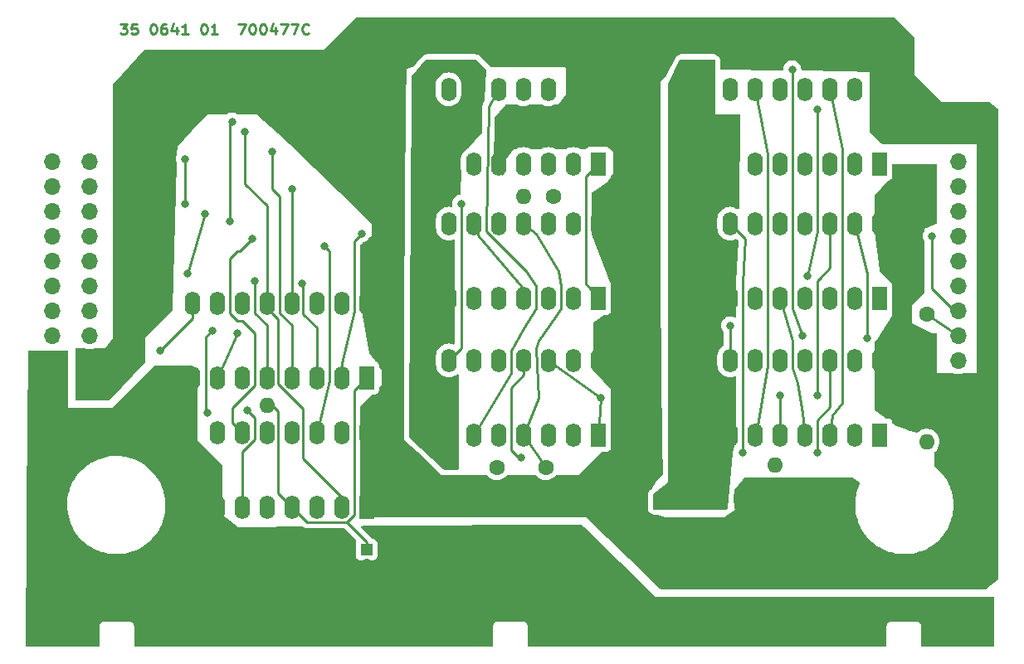
<source format=gbr>
%TF.GenerationSoftware,KiCad,Pcbnew,(6.0.7-1)-1*%
%TF.CreationDate,2022-10-12T18:16:20+11:00*%
%TF.ProjectId,CAT emulator B,43415420-656d-4756-9c61-746f7220422e,rev?*%
%TF.SameCoordinates,Original*%
%TF.FileFunction,Copper,L1,Top*%
%TF.FilePolarity,Positive*%
%FSLAX46Y46*%
G04 Gerber Fmt 4.6, Leading zero omitted, Abs format (unit mm)*
G04 Created by KiCad (PCBNEW (6.0.7-1)-1) date 2022-10-12 18:16:20*
%MOMM*%
%LPD*%
G01*
G04 APERTURE LIST*
%ADD10C,0.250000*%
%TA.AperFunction,NonConductor*%
%ADD11C,0.250000*%
%TD*%
%TA.AperFunction,ComponentPad*%
%ADD12R,1.700000X1.700000*%
%TD*%
%TA.AperFunction,ComponentPad*%
%ADD13O,1.700000X1.700000*%
%TD*%
%TA.AperFunction,ComponentPad*%
%ADD14C,1.600000*%
%TD*%
%TA.AperFunction,ComponentPad*%
%ADD15O,1.600000X1.600000*%
%TD*%
%TA.AperFunction,ComponentPad*%
%ADD16R,1.600000X2.400000*%
%TD*%
%TA.AperFunction,ComponentPad*%
%ADD17O,1.600000X2.400000*%
%TD*%
%TA.AperFunction,ComponentPad*%
%ADD18R,1.200000X1.200000*%
%TD*%
%TA.AperFunction,ComponentPad*%
%ADD19C,1.200000*%
%TD*%
%TA.AperFunction,ViaPad*%
%ADD20C,0.800000*%
%TD*%
%TA.AperFunction,Conductor*%
%ADD21C,0.250000*%
%TD*%
G04 APERTURE END LIST*
D10*
D11*
X168903190Y-66254380D02*
X169602714Y-66254380D01*
X169226047Y-66635333D01*
X169387476Y-66635333D01*
X169495095Y-66682952D01*
X169548904Y-66730571D01*
X169602714Y-66825809D01*
X169602714Y-67063904D01*
X169548904Y-67159142D01*
X169495095Y-67206761D01*
X169387476Y-67254380D01*
X169064619Y-67254380D01*
X168957000Y-67206761D01*
X168903190Y-67159142D01*
X170625095Y-66254380D02*
X170087000Y-66254380D01*
X170033190Y-66730571D01*
X170087000Y-66682952D01*
X170194619Y-66635333D01*
X170463666Y-66635333D01*
X170571285Y-66682952D01*
X170625095Y-66730571D01*
X170678904Y-66825809D01*
X170678904Y-67063904D01*
X170625095Y-67159142D01*
X170571285Y-67206761D01*
X170463666Y-67254380D01*
X170194619Y-67254380D01*
X170087000Y-67206761D01*
X170033190Y-67159142D01*
X172239380Y-66254380D02*
X172347000Y-66254380D01*
X172454619Y-66302000D01*
X172508428Y-66349619D01*
X172562238Y-66444857D01*
X172616047Y-66635333D01*
X172616047Y-66873428D01*
X172562238Y-67063904D01*
X172508428Y-67159142D01*
X172454619Y-67206761D01*
X172347000Y-67254380D01*
X172239380Y-67254380D01*
X172131761Y-67206761D01*
X172077952Y-67159142D01*
X172024142Y-67063904D01*
X171970333Y-66873428D01*
X171970333Y-66635333D01*
X172024142Y-66444857D01*
X172077952Y-66349619D01*
X172131761Y-66302000D01*
X172239380Y-66254380D01*
X173584619Y-66254380D02*
X173369380Y-66254380D01*
X173261761Y-66302000D01*
X173207952Y-66349619D01*
X173100333Y-66492476D01*
X173046523Y-66682952D01*
X173046523Y-67063904D01*
X173100333Y-67159142D01*
X173154142Y-67206761D01*
X173261761Y-67254380D01*
X173477000Y-67254380D01*
X173584619Y-67206761D01*
X173638428Y-67159142D01*
X173692238Y-67063904D01*
X173692238Y-66825809D01*
X173638428Y-66730571D01*
X173584619Y-66682952D01*
X173477000Y-66635333D01*
X173261761Y-66635333D01*
X173154142Y-66682952D01*
X173100333Y-66730571D01*
X173046523Y-66825809D01*
X174660809Y-66587714D02*
X174660809Y-67254380D01*
X174391761Y-66206761D02*
X174122714Y-66921047D01*
X174822238Y-66921047D01*
X175844619Y-67254380D02*
X175198904Y-67254380D01*
X175521761Y-67254380D02*
X175521761Y-66254380D01*
X175414142Y-66397238D01*
X175306523Y-66492476D01*
X175198904Y-66540095D01*
X177405095Y-66254380D02*
X177512714Y-66254380D01*
X177620333Y-66302000D01*
X177674142Y-66349619D01*
X177727952Y-66444857D01*
X177781761Y-66635333D01*
X177781761Y-66873428D01*
X177727952Y-67063904D01*
X177674142Y-67159142D01*
X177620333Y-67206761D01*
X177512714Y-67254380D01*
X177405095Y-67254380D01*
X177297476Y-67206761D01*
X177243666Y-67159142D01*
X177189857Y-67063904D01*
X177136047Y-66873428D01*
X177136047Y-66635333D01*
X177189857Y-66444857D01*
X177243666Y-66349619D01*
X177297476Y-66302000D01*
X177405095Y-66254380D01*
X178857952Y-67254380D02*
X178212238Y-67254380D01*
X178535095Y-67254380D02*
X178535095Y-66254380D01*
X178427476Y-66397238D01*
X178319857Y-66492476D01*
X178212238Y-66540095D01*
X180956523Y-66254380D02*
X181709857Y-66254380D01*
X181225571Y-67254380D01*
X182355571Y-66254380D02*
X182463190Y-66254380D01*
X182570809Y-66302000D01*
X182624619Y-66349619D01*
X182678428Y-66444857D01*
X182732238Y-66635333D01*
X182732238Y-66873428D01*
X182678428Y-67063904D01*
X182624619Y-67159142D01*
X182570809Y-67206761D01*
X182463190Y-67254380D01*
X182355571Y-67254380D01*
X182247952Y-67206761D01*
X182194142Y-67159142D01*
X182140333Y-67063904D01*
X182086523Y-66873428D01*
X182086523Y-66635333D01*
X182140333Y-66444857D01*
X182194142Y-66349619D01*
X182247952Y-66302000D01*
X182355571Y-66254380D01*
X183431761Y-66254380D02*
X183539380Y-66254380D01*
X183647000Y-66302000D01*
X183700809Y-66349619D01*
X183754619Y-66444857D01*
X183808428Y-66635333D01*
X183808428Y-66873428D01*
X183754619Y-67063904D01*
X183700809Y-67159142D01*
X183647000Y-67206761D01*
X183539380Y-67254380D01*
X183431761Y-67254380D01*
X183324142Y-67206761D01*
X183270333Y-67159142D01*
X183216523Y-67063904D01*
X183162714Y-66873428D01*
X183162714Y-66635333D01*
X183216523Y-66444857D01*
X183270333Y-66349619D01*
X183324142Y-66302000D01*
X183431761Y-66254380D01*
X184777000Y-66587714D02*
X184777000Y-67254380D01*
X184507952Y-66206761D02*
X184238904Y-66921047D01*
X184938428Y-66921047D01*
X185261285Y-66254380D02*
X186014619Y-66254380D01*
X185530333Y-67254380D01*
X186337476Y-66254380D02*
X187090809Y-66254380D01*
X186606523Y-67254380D01*
X188167000Y-67159142D02*
X188113190Y-67206761D01*
X187951761Y-67254380D01*
X187844142Y-67254380D01*
X187682714Y-67206761D01*
X187575095Y-67111523D01*
X187521285Y-67016285D01*
X187467476Y-66825809D01*
X187467476Y-66682952D01*
X187521285Y-66492476D01*
X187575095Y-66397238D01*
X187682714Y-66302000D01*
X187844142Y-66254380D01*
X187951761Y-66254380D01*
X188113190Y-66302000D01*
X188167000Y-66349619D01*
D12*
%TO.P,J2,1,Pin_1*%
%TO.N,+5V*%
X254426000Y-103180000D03*
D13*
%TO.P,J2,2,Pin_2*%
%TO.N,GND*%
X254426000Y-100640000D03*
%TO.P,J2,3,Pin_3*%
%TO.N,/pin30*%
X254426000Y-98100000D03*
%TO.P,J2,4,Pin_4*%
%TO.N,/BA12*%
X254426000Y-95560000D03*
%TO.P,J2,5,Pin_5*%
%TO.N,/BA13*%
X254426000Y-93020000D03*
%TO.P,J2,6,Pin_6*%
%TO.N,/BR{slash}~{W}*%
X254426000Y-90480000D03*
%TO.P,J2,7,Pin_7*%
%TO.N,/BA14*%
X254426000Y-87940000D03*
%TO.P,J2,8,Pin_8*%
%TO.N,/BA15*%
X254426000Y-85400000D03*
%TO.P,J2,9,Pin_9*%
%TO.N,/BA16*%
X254426000Y-82860000D03*
%TO.P,J2,10,Pin_10*%
%TO.N,/BA17*%
X254426000Y-80320000D03*
%TD*%
D12*
%TO.P,J4,1,Pin_1*%
%TO.N,+5V*%
X165826000Y-103180000D03*
D13*
%TO.P,J4,2,Pin_2*%
X165826000Y-100640000D03*
%TO.P,J4,3,Pin_3*%
%TO.N,/J4P3*%
X165826000Y-98100000D03*
%TO.P,J4,4,Pin_4*%
%TO.N,/J4P4*%
X165826000Y-95560000D03*
%TO.P,J4,5,Pin_5*%
%TO.N,/~{INH}*%
X165826000Y-93020000D03*
%TO.P,J4,6,Pin_6*%
%TO.N,/1C5*%
X165826000Y-90480000D03*
%TO.P,J4,7,Pin_7*%
%TO.N,/J4P7*%
X165826000Y-87940000D03*
%TO.P,J4,8,Pin_8*%
%TO.N,/J4P8*%
X165826000Y-85400000D03*
%TO.P,J4,9,Pin_9*%
%TO.N,/BA3*%
X165826000Y-82860000D03*
%TO.P,J4,10,Pin_10*%
%TO.N,/BA1*%
X165826000Y-80320000D03*
%TD*%
D12*
%TO.P,J3,1,Pin_1*%
%TO.N,GND*%
X162026000Y-103180000D03*
D13*
%TO.P,J3,2,Pin_2*%
X162026000Y-100640000D03*
%TO.P,J3,3,Pin_3*%
%TO.N,/J3P3*%
X162026000Y-98100000D03*
%TO.P,J3,4,Pin_4*%
%TO.N,/\u03C61*%
X162026000Y-95560000D03*
%TO.P,J3,5,Pin_5*%
%TO.N,/F4M*%
X162026000Y-93020000D03*
%TO.P,J3,6,Pin_6*%
%TO.N,/~{G}*%
X162026000Y-90480000D03*
%TO.P,J3,7,Pin_7*%
%TO.N,/~{CAS}*%
X162026000Y-87940000D03*
%TO.P,J3,8,Pin_8*%
%TO.N,/~{W}*%
X162026000Y-85400000D03*
%TO.P,J3,9,Pin_9*%
%TO.N,/~{RAS}*%
X162026000Y-82860000D03*
%TO.P,J3,10,Pin_10*%
%TO.N,/BA0*%
X162026000Y-80320000D03*
%TD*%
D14*
%TO.P,R2,1*%
%TO.N,/pin30*%
X251206000Y-95902000D03*
D15*
%TO.P,R2,2*%
%TO.N,GND*%
X251206000Y-108902000D03*
%TD*%
D16*
%TO.P,U18,1,~{R}*%
%TO.N,+5V*%
X194056000Y-115570000D03*
D17*
%TO.P,U18,2,D*%
%TO.N,/BA0*%
X191516000Y-115570000D03*
%TO.P,U18,3,C*%
%TO.N,Net-(U11-Pad11)*%
X188976000Y-115570000D03*
%TO.P,U18,4,~{S}*%
%TO.N,/1H9*%
X186436000Y-115570000D03*
%TO.P,U18,5,Q*%
%TO.N,unconnected-(U18-Pad5)*%
X183896000Y-115570000D03*
%TO.P,U18,6,~{Q}*%
%TO.N,/J4P4*%
X181356000Y-115570000D03*
%TO.P,U18,7,GND*%
%TO.N,GND*%
X178816000Y-115570000D03*
%TO.P,U18,8,~{Q}*%
%TO.N,unconnected-(U18-Pad8)*%
X178816000Y-107950000D03*
%TO.P,U18,9,Q*%
%TO.N,Net-(R4-Pad1)*%
X181356000Y-107950000D03*
%TO.P,U18,10,~{S}*%
%TO.N,+5V*%
X183896000Y-107950000D03*
%TO.P,U18,11,C*%
%TO.N,/pin30*%
X186436000Y-107950000D03*
%TO.P,U18,12,D*%
%TO.N,/F4M*%
X188976000Y-107950000D03*
%TO.P,U18,13,~{R}*%
%TO.N,+5V*%
X191516000Y-107950000D03*
%TO.P,U18,14,VCC*%
X194056000Y-107950000D03*
%TD*%
D14*
%TO.P,C9,1*%
%TO.N,+5V*%
X222036000Y-100330000D03*
%TO.P,C9,2*%
%TO.N,GND*%
X227036000Y-100330000D03*
%TD*%
%TO.P,C2,1*%
%TO.N,+5V*%
X234910000Y-114808000D03*
%TO.P,C2,2*%
%TO.N,GND*%
X229910000Y-114808000D03*
%TD*%
%TO.P,C3,1*%
%TO.N,+5V*%
X219456000Y-114808000D03*
%TO.P,C3,2*%
%TO.N,GND*%
X224456000Y-114808000D03*
%TD*%
%TO.P,R1,1*%
%TO.N,+5V*%
X196960000Y-105156000D03*
D15*
%TO.P,R1,2*%
%TO.N,/1H9*%
X183960000Y-105156000D03*
%TD*%
D16*
%TO.P,U14,1*%
%TO.N,/1C5*%
X246385000Y-94249000D03*
D17*
%TO.P,U14,2*%
%TO.N,/BR{slash}~{W}*%
X243845000Y-94249000D03*
%TO.P,U14,3*%
%TO.N,Net-(U10-Pad4)*%
X241305000Y-94249000D03*
%TO.P,U14,4*%
%TO.N,Net-(U14-Pad4)*%
X238765000Y-94249000D03*
%TO.P,U14,5*%
%TO.N,/BA13*%
X236225000Y-94249000D03*
%TO.P,U14,6*%
%TO.N,Net-(U12-Pad9)*%
X233685000Y-94249000D03*
%TO.P,U14,7,GND*%
%TO.N,GND*%
X231145000Y-94249000D03*
%TO.P,U14,8*%
%TO.N,Net-(U11-Pad2)*%
X231145000Y-86629000D03*
%TO.P,U14,9*%
%TO.N,Net-(U13-Pad8)*%
X233685000Y-86629000D03*
%TO.P,U14,10*%
%TO.N,+5V*%
X236225000Y-86629000D03*
%TO.P,U14,11*%
%TO.N,/J4P8*%
X238765000Y-86629000D03*
%TO.P,U14,12*%
%TO.N,/BA12*%
X241305000Y-86629000D03*
%TO.P,U14,13*%
%TO.N,Net-(U12-Pad8)*%
X243845000Y-86629000D03*
%TO.P,U14,14,VCC*%
%TO.N,+5V*%
X246385000Y-86629000D03*
%TD*%
D14*
%TO.P,R4,1*%
%TO.N,Net-(R4-Pad1)*%
X213106000Y-83820000D03*
D15*
%TO.P,R4,2*%
%TO.N,GND*%
X226106000Y-83820000D03*
%TD*%
D16*
%TO.P,U10,1*%
%TO.N,/BA0*%
X217683000Y-94249000D03*
D17*
%TO.P,U10,2*%
%TO.N,Net-(U10-Pad2)*%
X215143000Y-94249000D03*
%TO.P,U10,3*%
%TO.N,Net-(U10-Pad3)*%
X212603000Y-94249000D03*
%TO.P,U10,4*%
%TO.N,Net-(U10-Pad4)*%
X210063000Y-94249000D03*
%TO.P,U10,5*%
%TO.N,Net-(U10-Pad5)*%
X207523000Y-94249000D03*
%TO.P,U10,6*%
%TO.N,Net-(U10-Pad6)*%
X204983000Y-94249000D03*
%TO.P,U10,7,GND*%
%TO.N,GND*%
X202443000Y-94249000D03*
%TO.P,U10,8*%
%TO.N,/~{G}*%
X202443000Y-86629000D03*
%TO.P,U10,9*%
%TO.N,Net-(U10-Pad4)*%
X204983000Y-86629000D03*
%TO.P,U10,10*%
%TO.N,Net-(U10-Pad10)*%
X207523000Y-86629000D03*
%TO.P,U10,11*%
%TO.N,/~{RAS}*%
X210063000Y-86629000D03*
%TO.P,U10,12*%
%TO.N,Net-(R4-Pad1)*%
X212603000Y-86629000D03*
%TO.P,U10,13*%
%TO.N,+5V*%
X215143000Y-86629000D03*
%TO.P,U10,14,VCC*%
X217683000Y-86629000D03*
%TD*%
D16*
%TO.P,U3,1,~{Mr}*%
%TO.N,/1H9*%
X194041000Y-102377000D03*
D17*
%TO.P,U3,2,Q0*%
%TO.N,Net-(U10-Pad10)*%
X191501000Y-102377000D03*
%TO.P,U3,3,~{Q0}*%
%TO.N,Net-(U10-Pad5)*%
X188961000Y-102377000D03*
%TO.P,U3,4,D0*%
%TO.N,Net-(U13-Pad6)*%
X186421000Y-102377000D03*
%TO.P,U3,5,D1*%
%TO.N,Net-(U10-Pad3)*%
X183881000Y-102377000D03*
%TO.P,U3,6,~{Q1}*%
%TO.N,Net-(U12-Pad2)*%
X181341000Y-102377000D03*
%TO.P,U3,7,Q1*%
%TO.N,Net-(U11-Pad9)*%
X178801000Y-102377000D03*
%TO.P,U3,8,GND*%
%TO.N,GND*%
X176261000Y-102377000D03*
%TO.P,U3,9,Cp*%
%TO.N,/J3P3*%
X176261000Y-94757000D03*
%TO.P,U3,10,Q2*%
%TO.N,Net-(U10-Pad2)*%
X178801000Y-94757000D03*
%TO.P,U3,11,~{Q2}*%
%TO.N,unconnected-(U3-Pad11)*%
X181341000Y-94757000D03*
%TO.P,U3,12,D2*%
%TO.N,/BA0*%
X183881000Y-94757000D03*
%TO.P,U3,13,D3*%
%TO.N,/BA3*%
X186421000Y-94757000D03*
%TO.P,U3,14,~{Q3}*%
%TO.N,Net-(U14-Pad4)*%
X188961000Y-94757000D03*
%TO.P,U3,15,Q3*%
%TO.N,Net-(U12-Pad10)*%
X191501000Y-94757000D03*
%TO.P,U3,16,VCC*%
%TO.N,+5V*%
X194041000Y-94757000D03*
%TD*%
D14*
%TO.P,C10,1*%
%TO.N,/~{RAS}*%
X212344000Y-111506000D03*
%TO.P,C10,2*%
%TO.N,GND*%
X207344000Y-111506000D03*
%TD*%
D16*
%TO.P,U15,1*%
%TO.N,/BA17*%
X246385000Y-80533000D03*
D17*
%TO.P,U15,2*%
%TO.N,/BA16*%
X243845000Y-80533000D03*
%TO.P,U15,3*%
%TO.N,N/C*%
X241305000Y-80533000D03*
%TO.P,U15,4*%
%TO.N,/BA15*%
X238765000Y-80533000D03*
%TO.P,U15,5*%
%TO.N,/BA14*%
X236225000Y-80533000D03*
%TO.P,U15,6*%
%TO.N,Net-(U13-Pad12)*%
X233685000Y-80533000D03*
%TO.P,U15,7,GND*%
%TO.N,GND*%
X231145000Y-80533000D03*
%TO.P,U15,8*%
%TO.N,/~{INH}*%
X231145000Y-72913000D03*
%TO.P,U15,9*%
%TO.N,Net-(U12-Pad6)*%
X233685000Y-72913000D03*
%TO.P,U15,10*%
%TO.N,Net-(U13-Pad11)*%
X236225000Y-72913000D03*
%TO.P,U15,11*%
%TO.N,N/C*%
X238765000Y-72913000D03*
%TO.P,U15,12*%
%TO.N,Net-(U12-Pad3)*%
X241305000Y-72913000D03*
%TO.P,U15,13*%
%TO.N,Net-(U10-Pad6)*%
X243845000Y-72913000D03*
%TO.P,U15,14,VCC*%
%TO.N,+5V*%
X246385000Y-72913000D03*
%TD*%
D18*
%TO.P,C5,1*%
%TO.N,/1H9*%
X194056000Y-119927401D03*
D19*
%TO.P,C5,2*%
%TO.N,GND*%
X194056000Y-121427401D03*
%TD*%
D14*
%TO.P,R5,1*%
%TO.N,+5V*%
X197104000Y-83820000D03*
D15*
%TO.P,R5,2*%
%TO.N,Net-(R4-Pad1)*%
X210104000Y-83820000D03*
%TD*%
D16*
%TO.P,U11,1*%
%TO.N,/\u03C61*%
X217683000Y-108219000D03*
D17*
%TO.P,U11,2*%
%TO.N,Net-(U11-Pad2)*%
X215143000Y-108219000D03*
%TO.P,U11,3*%
%TO.N,Net-(U11-Pad3)*%
X212603000Y-108219000D03*
%TO.P,U11,4*%
%TO.N,/~{RAS}*%
X210063000Y-108219000D03*
%TO.P,U11,5*%
%TO.N,GND*%
X207523000Y-108219000D03*
%TO.P,U11,6*%
%TO.N,/J4P7*%
X204983000Y-108219000D03*
%TO.P,U11,7,GND*%
%TO.N,GND*%
X202443000Y-108219000D03*
%TO.P,U11,8*%
%TO.N,/~{W}*%
X202443000Y-100599000D03*
%TO.P,U11,9*%
%TO.N,Net-(U11-Pad9)*%
X204983000Y-100599000D03*
%TO.P,U11,10*%
%TO.N,Net-(U10-Pad4)*%
X207523000Y-100599000D03*
%TO.P,U11,11*%
%TO.N,Net-(U11-Pad11)*%
X210063000Y-100599000D03*
%TO.P,U11,12*%
%TO.N,/\u03C61*%
X212603000Y-100599000D03*
%TO.P,U11,13*%
%TO.N,/J4P3*%
X215143000Y-100599000D03*
%TO.P,U11,14,VCC*%
%TO.N,+5V*%
X217683000Y-100599000D03*
%TD*%
D14*
%TO.P,C7,1*%
%TO.N,+5V*%
X221782000Y-77978000D03*
%TO.P,C7,2*%
%TO.N,GND*%
X226782000Y-77978000D03*
%TD*%
%TO.P,R3,1*%
%TO.N,+5V*%
X222758000Y-111252000D03*
D15*
%TO.P,R3,2*%
%TO.N,/pin30*%
X235758000Y-111252000D03*
%TD*%
D16*
%TO.P,U13,1*%
%TO.N,/BA0*%
X217678000Y-80518000D03*
D17*
%TO.P,U13,2*%
%TO.N,/BA1*%
X215138000Y-80518000D03*
%TO.P,U13,3*%
%TO.N,Net-(U13-Pad3)*%
X212598000Y-80518000D03*
%TO.P,U13,4*%
X210058000Y-80518000D03*
%TO.P,U13,5*%
%TO.N,+5V*%
X207518000Y-80518000D03*
%TO.P,U13,6*%
%TO.N,Net-(U13-Pad6)*%
X204978000Y-80518000D03*
%TO.P,U13,7,GND*%
%TO.N,GND*%
X202438000Y-80518000D03*
%TO.P,U13,8*%
%TO.N,Net-(U13-Pad8)*%
X202438000Y-72898000D03*
%TO.P,U13,9*%
%TO.N,GND*%
X204978000Y-72898000D03*
%TO.P,U13,10*%
%TO.N,/J4P7*%
X207518000Y-72898000D03*
%TO.P,U13,11*%
%TO.N,Net-(U13-Pad11)*%
X210058000Y-72898000D03*
%TO.P,U13,12*%
%TO.N,Net-(U13-Pad12)*%
X212598000Y-72898000D03*
%TO.P,U13,13*%
%TO.N,+5V*%
X215138000Y-72898000D03*
%TO.P,U13,14,VCC*%
X217678000Y-72898000D03*
%TD*%
D16*
%TO.P,U12,1*%
%TO.N,Net-(U10-Pad10)*%
X246385000Y-108219000D03*
D17*
%TO.P,U12,2*%
%TO.N,Net-(U12-Pad2)*%
X243845000Y-108219000D03*
%TO.P,U12,3*%
%TO.N,Net-(U12-Pad3)*%
X241305000Y-108219000D03*
%TO.P,U12,4*%
%TO.N,/BA13*%
X238765000Y-108219000D03*
%TO.P,U12,5*%
%TO.N,/BA12*%
X236225000Y-108219000D03*
%TO.P,U12,6*%
%TO.N,Net-(U12-Pad6)*%
X233685000Y-108219000D03*
%TO.P,U12,7,GND*%
%TO.N,GND*%
X231145000Y-108219000D03*
%TO.P,U12,8*%
%TO.N,Net-(U12-Pad8)*%
X231145000Y-100599000D03*
%TO.P,U12,9*%
%TO.N,Net-(U12-Pad9)*%
X233685000Y-100599000D03*
%TO.P,U12,10*%
%TO.N,Net-(U12-Pad10)*%
X236225000Y-100599000D03*
%TO.P,U12,11*%
%TO.N,/~{CAS}*%
X238765000Y-100599000D03*
%TO.P,U12,12*%
%TO.N,Net-(U11-Pad3)*%
X241305000Y-100599000D03*
%TO.P,U12,13*%
%TO.N,/~{INH}*%
X243845000Y-100599000D03*
%TO.P,U12,14,VCC*%
%TO.N,+5V*%
X246385000Y-100599000D03*
%TD*%
D20*
%TO.N,GND*%
X227584000Y-71882000D03*
X226822000Y-71120000D03*
%TO.N,/BA0*%
X181610000Y-77216000D03*
%TO.N,/BA3*%
X186436000Y-83058000D03*
%TO.N,/BA12*%
X240030000Y-104140000D03*
X251714000Y-87884000D03*
X236220000Y-104140000D03*
%TO.N,/~{INH}*%
X238506000Y-98044000D03*
X237490000Y-70866000D03*
%TO.N,/F4M*%
X189738000Y-88900000D03*
%TO.N,/\u03C61*%
X217932000Y-104394000D03*
%TO.N,/J3P3*%
X172974000Y-99568000D03*
%TO.N,/~{CAS}*%
X175768000Y-91694000D03*
X177546000Y-85598000D03*
%TO.N,/~{W}*%
X203708000Y-84582000D03*
%TO.N,/J4P3*%
X177800000Y-105918000D03*
X178308000Y-97536000D03*
%TO.N,/J4P4*%
X181864000Y-105664000D03*
%TO.N,/J4P7*%
X180086000Y-86360000D03*
X180340000Y-76200000D03*
%TO.N,/J4P8*%
X175514000Y-84582000D03*
X175514000Y-80010000D03*
%TO.N,Net-(U10-Pad10)*%
X193548000Y-87630000D03*
%TO.N,Net-(U10-Pad5)*%
X187452000Y-92710000D03*
%TO.N,Net-(U13-Pad6)*%
X184404000Y-79248000D03*
%TO.N,Net-(U10-Pad3)*%
X182626000Y-92456000D03*
%TO.N,Net-(U11-Pad9)*%
X180848000Y-97790000D03*
%TO.N,Net-(U10-Pad6)*%
X239014000Y-91948000D03*
X240030000Y-74930000D03*
%TO.N,Net-(U11-Pad2)*%
X232410000Y-109982000D03*
%TO.N,Net-(U11-Pad3)*%
X240030000Y-109982000D03*
%TO.N,Net-(U11-Pad11)*%
X209804000Y-110490000D03*
%TO.N,Net-(U12-Pad8)*%
X231140000Y-97028000D03*
X245110000Y-98298000D03*
%TO.N,Net-(R4-Pad1)*%
X182372000Y-88138000D03*
%TD*%
D21*
%TO.N,/BA0*%
X216408000Y-92710000D02*
X217683000Y-94249000D01*
X185006000Y-102964000D02*
X185006000Y-96360000D01*
X217678000Y-80518000D02*
X216408000Y-81788000D01*
X216408000Y-81788000D02*
X216408000Y-92710000D01*
X191516000Y-115570000D02*
X191516000Y-114554000D01*
X187561000Y-105519000D02*
X185006000Y-102964000D01*
X187561000Y-110599000D02*
X187561000Y-105519000D01*
X185006000Y-96360000D02*
X184404000Y-95758000D01*
X183881000Y-84821000D02*
X183881000Y-94757000D01*
X181610000Y-82550000D02*
X183881000Y-84821000D01*
X181610000Y-77216000D02*
X181610000Y-82550000D01*
X191516000Y-114554000D02*
X187561000Y-110599000D01*
%TO.N,/BA3*%
X186436000Y-83058000D02*
X186421000Y-83073000D01*
X186421000Y-83073000D02*
X186421000Y-94757000D01*
%TO.N,/BA12*%
X254426000Y-95560000D02*
X254116000Y-95250000D01*
X236225000Y-108219000D02*
X236220000Y-104140000D01*
X241305000Y-91181000D02*
X240284000Y-92202000D01*
X240284000Y-92202000D02*
X240030000Y-92456000D01*
X253746000Y-95250000D02*
X251714000Y-93218000D01*
X254116000Y-95250000D02*
X254000000Y-95250000D01*
X241305000Y-86629000D02*
X241305000Y-91181000D01*
X251714000Y-93218000D02*
X251714000Y-87884000D01*
X254000000Y-95250000D02*
X253746000Y-95250000D01*
X240030000Y-92456000D02*
X240030000Y-104140000D01*
%TO.N,/BA13*%
X237490000Y-101346000D02*
X237998000Y-102870000D01*
X237490000Y-98552000D02*
X237490000Y-101346000D01*
X236225000Y-94249000D02*
X237490000Y-98552000D01*
X237998000Y-102870000D02*
X238506000Y-105918000D01*
X238506000Y-105918000D02*
X238765000Y-108219000D01*
%TO.N,/pin30*%
X254426000Y-98100000D02*
X251206000Y-95902000D01*
%TO.N,/~{INH}*%
X237490000Y-93726000D02*
X237490000Y-70866000D01*
X238506000Y-98044000D02*
X237490000Y-95250000D01*
X237490000Y-95250000D02*
X237490000Y-93726000D01*
%TO.N,/F4M*%
X189738000Y-88900000D02*
X190246000Y-89408000D01*
X190246000Y-89408000D02*
X190246000Y-102616000D01*
X190246000Y-102616000D02*
X188976000Y-107950000D01*
%TO.N,/\u03C61*%
X217932000Y-104394000D02*
X217683000Y-108219000D01*
X217932000Y-104394000D02*
X212603000Y-100599000D01*
%TO.N,/~{RAS}*%
X211582000Y-98552000D02*
X213360000Y-96012000D01*
X213868000Y-92964000D02*
X213614000Y-91440000D01*
X211328000Y-87630000D02*
X210063000Y-86629000D01*
X210063000Y-108219000D02*
X211582000Y-104394000D01*
X213868000Y-95250000D02*
X213868000Y-92964000D01*
X211328000Y-99314000D02*
X211582000Y-98552000D01*
X213614000Y-91440000D02*
X211328000Y-87630000D01*
X212344000Y-111506000D02*
X210063000Y-108219000D01*
X213360000Y-96012000D02*
X213868000Y-95250000D01*
X211582000Y-104394000D02*
X211328000Y-99314000D01*
%TO.N,/J3P3*%
X176261000Y-94757000D02*
X176261000Y-96281000D01*
X176261000Y-96281000D02*
X172974000Y-99568000D01*
%TO.N,/~{CAS}*%
X177546000Y-85598000D02*
X175768000Y-91694000D01*
%TO.N,/~{W}*%
X203708000Y-84582000D02*
X203708000Y-99334000D01*
X203708000Y-99334000D02*
X202443000Y-100599000D01*
%TO.N,/J4P3*%
X178308000Y-97536000D02*
X177676000Y-98168000D01*
X177676000Y-105794000D02*
X177800000Y-105918000D01*
X177676000Y-98168000D02*
X177676000Y-105794000D01*
%TO.N,/J4P4*%
X182626000Y-106426000D02*
X182626000Y-108670990D01*
X182626000Y-108670990D02*
X181356000Y-109940990D01*
X181356000Y-109940990D02*
X181356000Y-115570000D01*
X181864000Y-105664000D02*
X182626000Y-106426000D01*
%TO.N,/J4P7*%
X211328000Y-95250000D02*
X210058000Y-97282000D01*
X180340000Y-76200000D02*
X180086000Y-76454000D01*
X180086000Y-76454000D02*
X180086000Y-86360000D01*
X206756000Y-74168000D02*
X206502000Y-74676000D01*
X206502000Y-74676000D02*
X206248000Y-86868000D01*
X208788000Y-99568000D02*
X208788000Y-101854000D01*
X211328000Y-92964000D02*
X211328000Y-95250000D01*
X208788000Y-101854000D02*
X204983000Y-108219000D01*
X210312000Y-91440000D02*
X211328000Y-92964000D01*
X210058000Y-97282000D02*
X208788000Y-99568000D01*
X206248000Y-87376000D02*
X210312000Y-91440000D01*
X207518000Y-72898000D02*
X206756000Y-74168000D01*
X206248000Y-86868000D02*
X206248000Y-87376000D01*
%TO.N,/J4P8*%
X175514000Y-80010000D02*
X175514000Y-84582000D01*
%TO.N,Net-(U10-Pad10)*%
X193548000Y-87630000D02*
X192786000Y-88392000D01*
X192786000Y-88392000D02*
X192786000Y-95504000D01*
X191501000Y-100838000D02*
X191501000Y-102377000D01*
X192786000Y-95504000D02*
X191501000Y-100838000D01*
%TO.N,Net-(U10-Pad5)*%
X187572600Y-95878600D02*
X188961000Y-97267000D01*
X187572600Y-92830600D02*
X187572600Y-95878600D01*
X188961000Y-97267000D02*
X188961000Y-102377000D01*
X187452000Y-92710000D02*
X187572600Y-92830600D01*
%TO.N,Net-(U13-Pad6)*%
X185166000Y-83820000D02*
X185166000Y-95758000D01*
X185166000Y-95758000D02*
X186421000Y-97013000D01*
X186421000Y-97013000D02*
X186421000Y-102377000D01*
X184404000Y-83058000D02*
X185166000Y-83820000D01*
X184404000Y-79248000D02*
X184404000Y-83058000D01*
%TO.N,Net-(U10-Pad3)*%
X182626000Y-92456000D02*
X182626000Y-95758000D01*
X182626000Y-95758000D02*
X183881000Y-97013000D01*
X183881000Y-97013000D02*
X183881000Y-102377000D01*
%TO.N,Net-(U11-Pad9)*%
X178801000Y-102377000D02*
X180848000Y-97790000D01*
%TO.N,Net-(U10-Pad4)*%
X210063000Y-94249000D02*
X209804000Y-92964000D01*
X209804000Y-92964000D02*
X205486000Y-87884000D01*
X205486000Y-87884000D02*
X204983000Y-86629000D01*
%TO.N,Net-(U10-Pad6)*%
X240030000Y-84582000D02*
X240030000Y-78740000D01*
X240030000Y-78740000D02*
X240030000Y-74930000D01*
X240030000Y-87376000D02*
X240030000Y-84582000D01*
X239014000Y-91948000D02*
X240030000Y-87376000D01*
%TO.N,Net-(U11-Pad2)*%
X232410000Y-92710000D02*
X232410000Y-109982000D01*
X231145000Y-86629000D02*
X232664000Y-88138000D01*
X232664000Y-88138000D02*
X232410000Y-92710000D01*
%TO.N,Net-(U11-Pad3)*%
X240030000Y-106680000D02*
X241305000Y-105405000D01*
X241305000Y-105405000D02*
X241305000Y-100599000D01*
X240030000Y-109982000D02*
X240030000Y-106680000D01*
%TO.N,Net-(U11-Pad11)*%
X210063000Y-100599000D02*
X210063000Y-102103000D01*
X209550000Y-110490000D02*
X209804000Y-110490000D01*
X208788000Y-109728000D02*
X209550000Y-110490000D01*
X210063000Y-102103000D02*
X208788000Y-103378000D01*
X208788000Y-103378000D02*
X208788000Y-109728000D01*
%TO.N,Net-(U12-Pad3)*%
X242570000Y-78994000D02*
X242570000Y-104902000D01*
X241305000Y-72913000D02*
X242570000Y-78994000D01*
X242570000Y-104902000D02*
X241554000Y-106172000D01*
X241554000Y-106172000D02*
X241305000Y-108219000D01*
%TO.N,Net-(U12-Pad6)*%
X234950000Y-79502000D02*
X234950000Y-101092000D01*
X233685000Y-72913000D02*
X234950000Y-79502000D01*
X234950000Y-101092000D02*
X233934000Y-107188000D01*
X233934000Y-107188000D02*
X233685000Y-108219000D01*
%TO.N,Net-(U12-Pad8)*%
X231140000Y-97028000D02*
X231145000Y-97033000D01*
X245110000Y-98298000D02*
X245110000Y-91694000D01*
X245110000Y-91694000D02*
X243845000Y-86629000D01*
X231145000Y-97033000D02*
X231145000Y-100599000D01*
%TO.N,/1H9*%
X185021000Y-114155000D02*
X185021000Y-105773000D01*
X186436000Y-115570000D02*
X185021000Y-114155000D01*
X192786000Y-116332000D02*
X192786000Y-103632000D01*
X192023000Y-117095000D02*
X192025000Y-117095000D01*
X185021000Y-105773000D02*
X184404000Y-105156000D01*
X194056000Y-119126000D02*
X194056000Y-119927401D01*
X186436000Y-115570000D02*
X187961000Y-117095000D01*
X192786000Y-103632000D02*
X194041000Y-102377000D01*
X187961000Y-117095000D02*
X192023000Y-117095000D01*
X192025000Y-117095000D02*
X194056000Y-119126000D01*
X192023000Y-117095000D02*
X192786000Y-116332000D01*
%TO.N,Net-(R4-Pad1)*%
X182626000Y-97790000D02*
X182626000Y-103124000D01*
X181356000Y-96520000D02*
X182626000Y-97790000D01*
X182626000Y-103124000D02*
X180340000Y-105410000D01*
X180340000Y-105410000D02*
X180340000Y-106934000D01*
X182372000Y-88138000D02*
X181102000Y-89408000D01*
X180086000Y-95758000D02*
X180848000Y-96520000D01*
X180848000Y-96520000D02*
X181356000Y-96520000D01*
X180340000Y-106934000D02*
X181356000Y-107950000D01*
X181102000Y-89408000D02*
X180848000Y-89408000D01*
X180086000Y-90170000D02*
X180086000Y-95758000D01*
X180848000Y-89408000D02*
X180086000Y-90170000D01*
%TD*%
%TA.AperFunction,Conductor*%
%TO.N,GND*%
G36*
X205247931Y-69870002D02*
G01*
X205268905Y-69886905D01*
X206208991Y-70826991D01*
X206243017Y-70889303D01*
X206245795Y-70921122D01*
X206122933Y-73992673D01*
X206109732Y-74043986D01*
X205945539Y-74372373D01*
X205941968Y-74379011D01*
X205913330Y-74428625D01*
X205911198Y-74436264D01*
X205898538Y-74481626D01*
X205896059Y-74489500D01*
X205877804Y-74541442D01*
X205876992Y-74550787D01*
X205872826Y-74573755D01*
X205870304Y-74582792D01*
X205870139Y-74590714D01*
X205869157Y-74637826D01*
X205868711Y-74646105D01*
X205863951Y-74700902D01*
X205865488Y-74710148D01*
X205867166Y-74733430D01*
X205812190Y-77372254D01*
X205790773Y-77439944D01*
X205779872Y-77453920D01*
X204484396Y-78893338D01*
X204443990Y-78923243D01*
X204326242Y-78978149D01*
X204326236Y-78978153D01*
X204321251Y-78980477D01*
X204216389Y-79053902D01*
X204138211Y-79108643D01*
X204138208Y-79108645D01*
X204133700Y-79111802D01*
X203971802Y-79273700D01*
X203840477Y-79461251D01*
X203838154Y-79466233D01*
X203838151Y-79466238D01*
X203789025Y-79571591D01*
X203743716Y-79668757D01*
X203742293Y-79674067D01*
X203742291Y-79674073D01*
X203731825Y-79713134D01*
X203723726Y-79735015D01*
X203720120Y-79742534D01*
X203708000Y-79756000D01*
X203707885Y-79768041D01*
X203707885Y-79768042D01*
X203707697Y-79787769D01*
X203703410Y-79819178D01*
X203685881Y-79884598D01*
X203684457Y-79889913D01*
X203669500Y-80060873D01*
X203669500Y-80975127D01*
X203684457Y-81146087D01*
X203685880Y-81151397D01*
X203685880Y-81151398D01*
X203689956Y-81166612D01*
X203694243Y-81200421D01*
X203671770Y-83560070D01*
X203651120Y-83627997D01*
X203597024Y-83673977D01*
X203571972Y-83682117D01*
X203425712Y-83713206D01*
X203419682Y-83715891D01*
X203419681Y-83715891D01*
X203257278Y-83788197D01*
X203257276Y-83788198D01*
X203251248Y-83790882D01*
X203096747Y-83903134D01*
X202968960Y-84045056D01*
X202873473Y-84210444D01*
X202814458Y-84392072D01*
X202794496Y-84582000D01*
X202814458Y-84771928D01*
X202816497Y-84778205D01*
X202817871Y-84784666D01*
X202815245Y-84785224D01*
X202816924Y-84844275D01*
X202780254Y-84905068D01*
X202716538Y-84936385D01*
X202674292Y-84936316D01*
X202671087Y-84935457D01*
X202443000Y-84915502D01*
X202214913Y-84935457D01*
X202209600Y-84936881D01*
X202209598Y-84936881D01*
X201999067Y-84993293D01*
X201999065Y-84993294D01*
X201993757Y-84994716D01*
X201988776Y-84997039D01*
X201988775Y-84997039D01*
X201791238Y-85089151D01*
X201791233Y-85089154D01*
X201786251Y-85091477D01*
X201754738Y-85113543D01*
X201603211Y-85219643D01*
X201603208Y-85219645D01*
X201598700Y-85222802D01*
X201436802Y-85384700D01*
X201305477Y-85572251D01*
X201303154Y-85577233D01*
X201303151Y-85577238D01*
X201211039Y-85774775D01*
X201208716Y-85779757D01*
X201149457Y-86000913D01*
X201134500Y-86171873D01*
X201134500Y-87086127D01*
X201149457Y-87257087D01*
X201208716Y-87478243D01*
X201211039Y-87483224D01*
X201211039Y-87483225D01*
X201303151Y-87680762D01*
X201303154Y-87680767D01*
X201305477Y-87685749D01*
X201436802Y-87873300D01*
X201598700Y-88035198D01*
X201603208Y-88038355D01*
X201603211Y-88038357D01*
X201681389Y-88093098D01*
X201786251Y-88166523D01*
X201791233Y-88168846D01*
X201791238Y-88168849D01*
X201988775Y-88260961D01*
X201993757Y-88263284D01*
X201999065Y-88264706D01*
X201999067Y-88264707D01*
X202209598Y-88321119D01*
X202209600Y-88321119D01*
X202214913Y-88322543D01*
X202443000Y-88342498D01*
X202671087Y-88322543D01*
X202676400Y-88321119D01*
X202676402Y-88321119D01*
X202829142Y-88280192D01*
X202892243Y-88263284D01*
X202897232Y-88260957D01*
X202902396Y-88259078D01*
X202902989Y-88260708D01*
X202965430Y-88251219D01*
X203030245Y-88280192D01*
X203069107Y-88339608D01*
X203074500Y-88376076D01*
X203074500Y-98851924D01*
X203054498Y-98920045D01*
X203000842Y-98966538D01*
X202930568Y-98976642D01*
X202902618Y-98968313D01*
X202902396Y-98968922D01*
X202897232Y-98967043D01*
X202892243Y-98964716D01*
X202725530Y-98920045D01*
X202676402Y-98906881D01*
X202676400Y-98906881D01*
X202671087Y-98905457D01*
X202443000Y-98885502D01*
X202214913Y-98905457D01*
X202209600Y-98906881D01*
X202209598Y-98906881D01*
X201999067Y-98963293D01*
X201999065Y-98963294D01*
X201993757Y-98964716D01*
X201988776Y-98967039D01*
X201988775Y-98967039D01*
X201791238Y-99059151D01*
X201791233Y-99059154D01*
X201786251Y-99061477D01*
X201681389Y-99134902D01*
X201603211Y-99189643D01*
X201603208Y-99189645D01*
X201598700Y-99192802D01*
X201436802Y-99354700D01*
X201305477Y-99542251D01*
X201303154Y-99547233D01*
X201303151Y-99547238D01*
X201211039Y-99744775D01*
X201208716Y-99749757D01*
X201149457Y-99970913D01*
X201134500Y-100141873D01*
X201134500Y-101056127D01*
X201149457Y-101227087D01*
X201208716Y-101448243D01*
X201211039Y-101453224D01*
X201211039Y-101453225D01*
X201303151Y-101650762D01*
X201303154Y-101650767D01*
X201305477Y-101655749D01*
X201436802Y-101843300D01*
X201598700Y-102005198D01*
X201603208Y-102008355D01*
X201603211Y-102008357D01*
X201641324Y-102035044D01*
X201786251Y-102136523D01*
X201791233Y-102138846D01*
X201791238Y-102138849D01*
X201988775Y-102230961D01*
X201993757Y-102233284D01*
X201999065Y-102234706D01*
X201999067Y-102234707D01*
X202209598Y-102291119D01*
X202209600Y-102291119D01*
X202214913Y-102292543D01*
X202443000Y-102312498D01*
X202671087Y-102292543D01*
X202676400Y-102291119D01*
X202676402Y-102291119D01*
X202886933Y-102234707D01*
X202886935Y-102234706D01*
X202892243Y-102233284D01*
X202897225Y-102230961D01*
X203094762Y-102138849D01*
X203094767Y-102138846D01*
X203099749Y-102136523D01*
X203262920Y-102022269D01*
X203282800Y-102008349D01*
X203287300Y-102005198D01*
X203289055Y-102003443D01*
X203353241Y-101975352D01*
X203423346Y-101986569D01*
X203476257Y-102033907D01*
X203495185Y-102101536D01*
X203454000Y-106426000D01*
X203454000Y-111634000D01*
X203433998Y-111702121D01*
X203380342Y-111748614D01*
X203328000Y-111760000D01*
X201979479Y-111760000D01*
X201911358Y-111739998D01*
X201893742Y-111726332D01*
X198414642Y-108495739D01*
X198378334Y-108434729D01*
X198374382Y-108402538D01*
X198388014Y-106426000D01*
X198616089Y-73355127D01*
X201129500Y-73355127D01*
X201144457Y-73526087D01*
X201203716Y-73747243D01*
X201206039Y-73752224D01*
X201206039Y-73752225D01*
X201298151Y-73949762D01*
X201298154Y-73949767D01*
X201300477Y-73954749D01*
X201431802Y-74142300D01*
X201593700Y-74304198D01*
X201598208Y-74307355D01*
X201598211Y-74307357D01*
X201676389Y-74362098D01*
X201781251Y-74435523D01*
X201786233Y-74437846D01*
X201786238Y-74437849D01*
X201983775Y-74529961D01*
X201988757Y-74532284D01*
X201994065Y-74533706D01*
X201994067Y-74533707D01*
X202204598Y-74590119D01*
X202204600Y-74590119D01*
X202209913Y-74591543D01*
X202438000Y-74611498D01*
X202666087Y-74591543D01*
X202671400Y-74590119D01*
X202671402Y-74590119D01*
X202881933Y-74533707D01*
X202881935Y-74533706D01*
X202887243Y-74532284D01*
X202892225Y-74529961D01*
X203089762Y-74437849D01*
X203089767Y-74437846D01*
X203094749Y-74435523D01*
X203199611Y-74362098D01*
X203277789Y-74307357D01*
X203277792Y-74307355D01*
X203282300Y-74304198D01*
X203444198Y-74142300D01*
X203575523Y-73954749D01*
X203577846Y-73949767D01*
X203577849Y-73949762D01*
X203669961Y-73752225D01*
X203669961Y-73752224D01*
X203672284Y-73747243D01*
X203731543Y-73526087D01*
X203746500Y-73355127D01*
X203746500Y-72440873D01*
X203731543Y-72269913D01*
X203672284Y-72048757D01*
X203669961Y-72043775D01*
X203577849Y-71846238D01*
X203577846Y-71846233D01*
X203575523Y-71841251D01*
X203502098Y-71736389D01*
X203447357Y-71658211D01*
X203447355Y-71658208D01*
X203444198Y-71653700D01*
X203282300Y-71491802D01*
X203277792Y-71488645D01*
X203277789Y-71488643D01*
X203199611Y-71433902D01*
X203094749Y-71360477D01*
X203089767Y-71358154D01*
X203089762Y-71358151D01*
X202892225Y-71266039D01*
X202892224Y-71266039D01*
X202887243Y-71263716D01*
X202881935Y-71262294D01*
X202881933Y-71262293D01*
X202671402Y-71205881D01*
X202671400Y-71205881D01*
X202666087Y-71204457D01*
X202438000Y-71184502D01*
X202209913Y-71204457D01*
X202204600Y-71205881D01*
X202204598Y-71205881D01*
X201994067Y-71262293D01*
X201994065Y-71262294D01*
X201988757Y-71263716D01*
X201983776Y-71266039D01*
X201983775Y-71266039D01*
X201786238Y-71358151D01*
X201786233Y-71358154D01*
X201781251Y-71360477D01*
X201676389Y-71433902D01*
X201598211Y-71488643D01*
X201598208Y-71488645D01*
X201593700Y-71491802D01*
X201431802Y-71653700D01*
X201428645Y-71658208D01*
X201428643Y-71658211D01*
X201373902Y-71736389D01*
X201300477Y-71841251D01*
X201298154Y-71846233D01*
X201298151Y-71846238D01*
X201206039Y-72043775D01*
X201203716Y-72048757D01*
X201144457Y-72269913D01*
X201129500Y-72440873D01*
X201129500Y-73355127D01*
X198616089Y-73355127D01*
X198627682Y-71674116D01*
X198648153Y-71606135D01*
X198658013Y-71592985D01*
X200114286Y-69894000D01*
X200173805Y-69855296D01*
X200209952Y-69850000D01*
X205179810Y-69850000D01*
X205247931Y-69870002D01*
G37*
%TD.AperFunction*%
%TD*%
%TA.AperFunction,Conductor*%
%TO.N,+5V*%
G36*
X198109924Y-70857582D02*
G01*
X198077237Y-74126260D01*
X197866000Y-95250000D01*
X193545500Y-95250000D01*
X193477379Y-95229998D01*
X193430886Y-95176342D01*
X193419500Y-95124000D01*
X193419500Y-88826690D01*
X193439502Y-88758569D01*
X193456405Y-88737595D01*
X193632350Y-88561650D01*
X193695248Y-88527498D01*
X193732985Y-88519476D01*
X193830288Y-88498794D01*
X193836319Y-88496109D01*
X193998722Y-88423803D01*
X193998724Y-88423802D01*
X194004752Y-88421118D01*
X194159253Y-88308866D01*
X194265392Y-88190987D01*
X194282621Y-88171852D01*
X194282622Y-88171851D01*
X194287040Y-88166944D01*
X194364587Y-88032629D01*
X194403814Y-87990791D01*
X194476370Y-87942420D01*
X194564000Y-87884000D01*
X194564000Y-86614000D01*
X193802000Y-85852000D01*
X186182000Y-78486000D01*
X184977410Y-77408209D01*
X182788913Y-75450079D01*
X182788910Y-75450078D01*
X181356000Y-74168000D01*
X198120000Y-69850000D01*
X198109924Y-70857582D01*
G37*
%TD.AperFunction*%
%TD*%
%TA.AperFunction,Conductor*%
%TO.N,+5V*%
G36*
X247919931Y-65552002D02*
G01*
X247940905Y-65568905D01*
X249899095Y-67527095D01*
X249933121Y-67589407D01*
X249936000Y-67616190D01*
X249936000Y-71374000D01*
X252730000Y-74168000D01*
X257514000Y-74168000D01*
X257582121Y-74188002D01*
X257589600Y-74193200D01*
X258467100Y-74851325D01*
X258509595Y-74908199D01*
X258517500Y-74952125D01*
X258517500Y-122919041D01*
X258497498Y-122987162D01*
X258470212Y-123017430D01*
X257336514Y-123924389D01*
X257270825Y-123951325D01*
X257257802Y-123952000D01*
X224078945Y-123952000D01*
X224010824Y-123931998D01*
X223991372Y-123916593D01*
X223029892Y-122987162D01*
X216408000Y-116586000D01*
X193537271Y-116586000D01*
X193469150Y-116565998D01*
X193422657Y-116512342D01*
X193412553Y-116442068D01*
X193415229Y-116428668D01*
X193417528Y-116419713D01*
X193417529Y-116419709D01*
X193419500Y-116412030D01*
X193419500Y-116391776D01*
X193421051Y-116372065D01*
X193422980Y-116359886D01*
X193424220Y-116352057D01*
X193420059Y-116308038D01*
X193419500Y-116296181D01*
X193419500Y-105336690D01*
X193439502Y-105268569D01*
X193456405Y-105247595D01*
X194581595Y-104122405D01*
X194643907Y-104088379D01*
X194670690Y-104085500D01*
X194889134Y-104085500D01*
X194951316Y-104078745D01*
X195087705Y-104027615D01*
X195204261Y-103940261D01*
X195291615Y-103823705D01*
X195342745Y-103687316D01*
X195349500Y-103625134D01*
X195349500Y-103406690D01*
X195369502Y-103338569D01*
X195386405Y-103317595D01*
X195580000Y-103124000D01*
X195580000Y-101600000D01*
X195372970Y-101310158D01*
X195349500Y-101236922D01*
X195349500Y-101128866D01*
X195342745Y-101066684D01*
X195291615Y-100930295D01*
X195204261Y-100813739D01*
X195087705Y-100726385D01*
X194951316Y-100675255D01*
X194951873Y-100673770D01*
X194898115Y-100643058D01*
X194886380Y-100628931D01*
X194326592Y-99845229D01*
X194305039Y-99793890D01*
X194246394Y-99461564D01*
X193554529Y-95540998D01*
X193562800Y-95469467D01*
X193649721Y-95266650D01*
X194310000Y-93726000D01*
X197866000Y-93726000D01*
X197866000Y-107658195D01*
X197865997Y-107659064D01*
X197860894Y-108398997D01*
X197864708Y-108465109D01*
X197864955Y-108467118D01*
X197864955Y-108467122D01*
X197865061Y-108467982D01*
X197865120Y-108468949D01*
X197865138Y-108469147D01*
X197865132Y-108469148D01*
X197866000Y-108483337D01*
X197866000Y-108712000D01*
X197873327Y-108718838D01*
X197873327Y-108718839D01*
X199204123Y-109960915D01*
X201676000Y-112268000D01*
X201932211Y-112268000D01*
X201950141Y-112269282D01*
X201966742Y-112271669D01*
X201975034Y-112272861D01*
X201975035Y-112272861D01*
X201979479Y-112273500D01*
X203328000Y-112273500D01*
X203331346Y-112273140D01*
X203331351Y-112273140D01*
X203372445Y-112268722D01*
X203385913Y-112268000D01*
X206214583Y-112268000D01*
X206282704Y-112288002D01*
X206317795Y-112321727D01*
X206337802Y-112350300D01*
X206499700Y-112512198D01*
X206504208Y-112515355D01*
X206504211Y-112515357D01*
X206549688Y-112547200D01*
X206687251Y-112643523D01*
X206692233Y-112645846D01*
X206692238Y-112645849D01*
X206889775Y-112737961D01*
X206894757Y-112740284D01*
X206900065Y-112741706D01*
X206900067Y-112741707D01*
X207110598Y-112798119D01*
X207110600Y-112798119D01*
X207115913Y-112799543D01*
X207344000Y-112819498D01*
X207572087Y-112799543D01*
X207577400Y-112798119D01*
X207577402Y-112798119D01*
X207787933Y-112741707D01*
X207787935Y-112741706D01*
X207793243Y-112740284D01*
X207798225Y-112737961D01*
X207995762Y-112645849D01*
X207995767Y-112645846D01*
X208000749Y-112643523D01*
X208138312Y-112547200D01*
X208183789Y-112515357D01*
X208183792Y-112515355D01*
X208188300Y-112512198D01*
X208350198Y-112350300D01*
X208370205Y-112321727D01*
X208425662Y-112277400D01*
X208473417Y-112268000D01*
X211214583Y-112268000D01*
X211282704Y-112288002D01*
X211317795Y-112321727D01*
X211337802Y-112350300D01*
X211499700Y-112512198D01*
X211504208Y-112515355D01*
X211504211Y-112515357D01*
X211549688Y-112547200D01*
X211687251Y-112643523D01*
X211692233Y-112645846D01*
X211692238Y-112645849D01*
X211889775Y-112737961D01*
X211894757Y-112740284D01*
X211900065Y-112741706D01*
X211900067Y-112741707D01*
X212110598Y-112798119D01*
X212110600Y-112798119D01*
X212115913Y-112799543D01*
X212344000Y-112819498D01*
X212572087Y-112799543D01*
X212577400Y-112798119D01*
X212577402Y-112798119D01*
X212787933Y-112741707D01*
X212787935Y-112741706D01*
X212793243Y-112740284D01*
X212798225Y-112737961D01*
X212995762Y-112645849D01*
X212995767Y-112645846D01*
X213000749Y-112643523D01*
X213138312Y-112547200D01*
X213183789Y-112515357D01*
X213183792Y-112515355D01*
X213188300Y-112512198D01*
X213350198Y-112350300D01*
X213370205Y-112321727D01*
X213425662Y-112277400D01*
X213473417Y-112268000D01*
X215646000Y-112268000D01*
X218145342Y-109960915D01*
X218208964Y-109929407D01*
X218230805Y-109927500D01*
X218531134Y-109927500D01*
X218593316Y-109920745D01*
X218729705Y-109869615D01*
X218846261Y-109782261D01*
X218933615Y-109665705D01*
X218984745Y-109529316D01*
X218991500Y-109467134D01*
X218991500Y-106970866D01*
X218984745Y-106908684D01*
X218956018Y-106832055D01*
X218948000Y-106787825D01*
X218948000Y-103632000D01*
X218939003Y-103621717D01*
X217497272Y-101974025D01*
X217201175Y-101635628D01*
X217171371Y-101571191D01*
X217170000Y-101552657D01*
X217170000Y-96838841D01*
X217190002Y-96770720D01*
X217222763Y-96736312D01*
X218280242Y-95980970D01*
X218353478Y-95957500D01*
X218531134Y-95957500D01*
X218593316Y-95950745D01*
X218729705Y-95899615D01*
X218846261Y-95812261D01*
X218933615Y-95695705D01*
X218984745Y-95559316D01*
X218991500Y-95497134D01*
X218991500Y-93000866D01*
X218984745Y-92938684D01*
X218956018Y-92862055D01*
X218948000Y-92817825D01*
X218948000Y-92710000D01*
X218697116Y-92208232D01*
X218691586Y-92195449D01*
X218424526Y-91470570D01*
X217049269Y-87737730D01*
X217041500Y-87694171D01*
X217041500Y-85695125D01*
X219964000Y-82042000D01*
X220472000Y-80264000D01*
X220726000Y-76200000D01*
X224028000Y-76200000D01*
X224028000Y-93218000D01*
X224245583Y-109536715D01*
X224276489Y-111854675D01*
X224276500Y-111856355D01*
X224276500Y-112221310D01*
X224256498Y-112289431D01*
X224239595Y-112310405D01*
X223520000Y-113030000D01*
X223197582Y-113674836D01*
X223165547Y-113715283D01*
X222982602Y-113867737D01*
X222980889Y-113869401D01*
X222980877Y-113869412D01*
X222973626Y-113876457D01*
X222926519Y-113922223D01*
X222924937Y-113924014D01*
X222924928Y-113924023D01*
X222908728Y-113942359D01*
X222901184Y-113950898D01*
X222854018Y-114013276D01*
X222793302Y-114146225D01*
X222773300Y-114214346D01*
X222752500Y-114359015D01*
X222752500Y-115698000D01*
X222752860Y-115701346D01*
X222752860Y-115701351D01*
X222758456Y-115753399D01*
X222764234Y-115807149D01*
X222764952Y-115810449D01*
X222764952Y-115810450D01*
X222767900Y-115824000D01*
X222775620Y-115859491D01*
X222810290Y-115963657D01*
X222889308Y-116086612D01*
X222935801Y-116140268D01*
X222939194Y-116143208D01*
X223039450Y-116230081D01*
X223039453Y-116230083D01*
X223046261Y-116235982D01*
X223179210Y-116296698D01*
X223192278Y-116300535D01*
X223243008Y-116315431D01*
X223243012Y-116315432D01*
X223247331Y-116316700D01*
X223251780Y-116317340D01*
X223251786Y-116317341D01*
X223387553Y-116336861D01*
X223387558Y-116336861D01*
X223392000Y-116337500D01*
X223770053Y-116337500D01*
X223809898Y-116343966D01*
X224536000Y-116586000D01*
X230632000Y-116586000D01*
X230658670Y-116565998D01*
X230890965Y-116391776D01*
X231070158Y-116257381D01*
X231087073Y-116246683D01*
X231110106Y-116234561D01*
X231110109Y-116234559D01*
X231114088Y-116232465D01*
X231171569Y-116190795D01*
X231208934Y-116154559D01*
X231221045Y-116144216D01*
X231648000Y-115824000D01*
X231614704Y-115590925D01*
X231496778Y-114765440D01*
X231495986Y-114736706D01*
X231571502Y-113868270D01*
X231600232Y-113798522D01*
X232407041Y-112830351D01*
X232626219Y-112567337D01*
X232685195Y-112527810D01*
X232723015Y-112522000D01*
X235425461Y-112522000D01*
X235458070Y-112526293D01*
X235529913Y-112545543D01*
X235758000Y-112565498D01*
X235986087Y-112545543D01*
X236057930Y-112526293D01*
X236090539Y-112522000D01*
X243544000Y-112522000D01*
X243612121Y-112542002D01*
X243619600Y-112547200D01*
X244353204Y-113097404D01*
X244395699Y-113154278D01*
X244400700Y-113225098D01*
X244392305Y-113250355D01*
X244274248Y-113510008D01*
X244273326Y-113512634D01*
X244273321Y-113512646D01*
X244216365Y-113674836D01*
X244126433Y-113930925D01*
X244125742Y-113933645D01*
X244125741Y-113933649D01*
X244067289Y-114163802D01*
X244016619Y-114363316D01*
X244016176Y-114366066D01*
X244016174Y-114366076D01*
X243946124Y-114800986D01*
X243945678Y-114803757D01*
X243945480Y-114806558D01*
X243945479Y-114806564D01*
X243935896Y-114941913D01*
X243914170Y-115248761D01*
X243915554Y-115324270D01*
X243922345Y-115694803D01*
X243922644Y-115697578D01*
X243964838Y-116089162D01*
X243970138Y-116138353D01*
X243970683Y-116141094D01*
X243970684Y-116141099D01*
X244044093Y-116510145D01*
X244057172Y-116575899D01*
X244057959Y-116578580D01*
X244057960Y-116578586D01*
X244080976Y-116657041D01*
X244182756Y-117003976D01*
X244183776Y-117006572D01*
X244183777Y-117006575D01*
X244327008Y-117371120D01*
X244345896Y-117419194D01*
X244347151Y-117421705D01*
X244490295Y-117708181D01*
X244545301Y-117818266D01*
X244779392Y-118198032D01*
X245046315Y-118555485D01*
X245048176Y-118557563D01*
X245048177Y-118557564D01*
X245334096Y-118876786D01*
X245343957Y-118887796D01*
X245345994Y-118889699D01*
X245346001Y-118889706D01*
X245550455Y-119080696D01*
X245669961Y-119192332D01*
X245672157Y-119194045D01*
X245672161Y-119194048D01*
X245898577Y-119370625D01*
X246021746Y-119466682D01*
X246182588Y-119570536D01*
X246394183Y-119707162D01*
X246394191Y-119707167D01*
X246396527Y-119708675D01*
X246791335Y-119916394D01*
X246793928Y-119917476D01*
X247200462Y-120087116D01*
X247200467Y-120087118D01*
X247203046Y-120088194D01*
X247205711Y-120089037D01*
X247205717Y-120089039D01*
X247437317Y-120162284D01*
X247628398Y-120222715D01*
X247631128Y-120223318D01*
X247631129Y-120223318D01*
X248023664Y-120309982D01*
X248064025Y-120318893D01*
X248066799Y-120319251D01*
X248066800Y-120319251D01*
X248503707Y-120375608D01*
X248503714Y-120375609D01*
X248506477Y-120375965D01*
X248509264Y-120376075D01*
X248509270Y-120376075D01*
X248767519Y-120386221D01*
X248952251Y-120393479D01*
X248955043Y-120393340D01*
X248955048Y-120393340D01*
X249395013Y-120371438D01*
X249395022Y-120371437D01*
X249397817Y-120371298D01*
X249400594Y-120370910D01*
X249400596Y-120370910D01*
X249478542Y-120360025D01*
X249839647Y-120309596D01*
X249842357Y-120308968D01*
X249842367Y-120308966D01*
X250271515Y-120209494D01*
X250274242Y-120208862D01*
X250496990Y-120135842D01*
X250695510Y-120070764D01*
X250695516Y-120070762D01*
X250698163Y-120069894D01*
X251108052Y-119893791D01*
X251500664Y-119681950D01*
X251872890Y-119436046D01*
X252221782Y-119158026D01*
X252544580Y-118850093D01*
X252759168Y-118605402D01*
X252836874Y-118516795D01*
X252836877Y-118516791D01*
X252838725Y-118514684D01*
X252908131Y-118419680D01*
X253100242Y-118156712D01*
X253101891Y-118154455D01*
X253279582Y-117859311D01*
X253330541Y-117774669D01*
X253330546Y-117774660D01*
X253331992Y-117772258D01*
X253527207Y-117371120D01*
X253632752Y-117094000D01*
X253684994Y-116956832D01*
X253684996Y-116956825D01*
X253685990Y-116954216D01*
X253807085Y-116524848D01*
X253815480Y-116480207D01*
X253889015Y-116089162D01*
X253889017Y-116089150D01*
X253889531Y-116086415D01*
X253916347Y-115810450D01*
X253932462Y-115644606D01*
X253932463Y-115644594D01*
X253932677Y-115642389D01*
X253939548Y-115380000D01*
X253919700Y-114934324D01*
X253860312Y-114492177D01*
X253838348Y-114395107D01*
X253762472Y-114059788D01*
X253761855Y-114057060D01*
X253750448Y-114021636D01*
X253625961Y-113635067D01*
X253625108Y-113632417D01*
X253571622Y-113506104D01*
X253452245Y-113224186D01*
X253452245Y-113224185D01*
X253451155Y-113221612D01*
X253415278Y-113154278D01*
X253242679Y-112830351D01*
X253241371Y-112827896D01*
X253235573Y-112819019D01*
X252998944Y-112456721D01*
X252998941Y-112456717D01*
X252997420Y-112454388D01*
X252914192Y-112348813D01*
X252722960Y-112106237D01*
X252722958Y-112106235D01*
X252721231Y-112104044D01*
X252414992Y-111779639D01*
X252081128Y-111483741D01*
X252019141Y-111437957D01*
X251976230Y-111381396D01*
X251968000Y-111336605D01*
X251968000Y-110031417D01*
X251988002Y-109963296D01*
X252021727Y-109928205D01*
X252050300Y-109908198D01*
X252212198Y-109746300D01*
X252240466Y-109705930D01*
X252325643Y-109584284D01*
X252343523Y-109558749D01*
X252345846Y-109553767D01*
X252345849Y-109553762D01*
X252437961Y-109356225D01*
X252437961Y-109356224D01*
X252440284Y-109351243D01*
X252499543Y-109130087D01*
X252519498Y-108902000D01*
X252499543Y-108673913D01*
X252469657Y-108562378D01*
X252441707Y-108458067D01*
X252441706Y-108458065D01*
X252440284Y-108452757D01*
X252416167Y-108401037D01*
X252345849Y-108250238D01*
X252345846Y-108250233D01*
X252343523Y-108245251D01*
X252212198Y-108057700D01*
X252050300Y-107895802D01*
X252045792Y-107892645D01*
X252045789Y-107892643D01*
X251967611Y-107837902D01*
X251862749Y-107764477D01*
X251857767Y-107762154D01*
X251857762Y-107762151D01*
X251660225Y-107670039D01*
X251660224Y-107670039D01*
X251655243Y-107667716D01*
X251649935Y-107666294D01*
X251649933Y-107666293D01*
X251439402Y-107609881D01*
X251439400Y-107609881D01*
X251434087Y-107608457D01*
X251206000Y-107588502D01*
X250977913Y-107608457D01*
X250972600Y-107609881D01*
X250972598Y-107609881D01*
X250762067Y-107666293D01*
X250762065Y-107666294D01*
X250756757Y-107667716D01*
X250751776Y-107670039D01*
X250751775Y-107670039D01*
X250554238Y-107762151D01*
X250554233Y-107762154D01*
X250549251Y-107764477D01*
X250444389Y-107837902D01*
X250366211Y-107892643D01*
X250366208Y-107892645D01*
X250361700Y-107895802D01*
X250315884Y-107941618D01*
X250253572Y-107975644D01*
X250193638Y-107974083D01*
X249180952Y-107697896D01*
X249167310Y-107693324D01*
X247919474Y-107194189D01*
X247890669Y-107178001D01*
X247743689Y-107067767D01*
X247701194Y-107010893D01*
X247693500Y-106973908D01*
X247693500Y-106970866D01*
X247686745Y-106908684D01*
X247635615Y-106772295D01*
X247548261Y-106655739D01*
X247431705Y-106568385D01*
X247295316Y-106517255D01*
X247233134Y-106510500D01*
X247042667Y-106510500D01*
X246974546Y-106490498D01*
X246967067Y-106485300D01*
X245922400Y-105701800D01*
X245879905Y-105644926D01*
X245872000Y-105601000D01*
X245872000Y-98842690D01*
X245891699Y-98775044D01*
X246195273Y-98298000D01*
X247650000Y-96012000D01*
X247650000Y-95680175D01*
X247658018Y-95635945D01*
X247683971Y-95566715D01*
X247686745Y-95559316D01*
X247693500Y-95497134D01*
X247693500Y-93000866D01*
X247686745Y-92938684D01*
X247658018Y-92862055D01*
X247650000Y-92817825D01*
X247650000Y-92710000D01*
X246410570Y-91470570D01*
X246376544Y-91408258D01*
X246374638Y-91397103D01*
X245872973Y-87383784D01*
X245872000Y-87368156D01*
X245872000Y-83867343D01*
X245892002Y-83799222D01*
X245903175Y-83784371D01*
X247224194Y-82274636D01*
X247289243Y-82235405D01*
X247295316Y-82234745D01*
X247431705Y-82183615D01*
X247548261Y-82096261D01*
X247635615Y-81979705D01*
X247686745Y-81843316D01*
X247693500Y-81781134D01*
X247693500Y-80644000D01*
X247713502Y-80575879D01*
X247767158Y-80529386D01*
X247819500Y-80518000D01*
X252096000Y-80518000D01*
X252164121Y-80538002D01*
X252210614Y-80591658D01*
X252222000Y-80644000D01*
X252222000Y-86528694D01*
X252201998Y-86596815D01*
X252142795Y-86645682D01*
X250952000Y-87122000D01*
X250952000Y-87353063D01*
X250935119Y-87416062D01*
X250879473Y-87512444D01*
X250820458Y-87694072D01*
X250800496Y-87884000D01*
X250801186Y-87890565D01*
X250819726Y-88066959D01*
X250820458Y-88073928D01*
X250879473Y-88255556D01*
X250882776Y-88261278D01*
X250882777Y-88261279D01*
X250902944Y-88296209D01*
X250932638Y-88347639D01*
X250935119Y-88351937D01*
X250952000Y-88414937D01*
X250952000Y-93673810D01*
X250931998Y-93741931D01*
X250915095Y-93762905D01*
X249682000Y-94996000D01*
X249682000Y-96774000D01*
X251714000Y-97790000D01*
X252096000Y-97790000D01*
X252164121Y-97810002D01*
X252210614Y-97863658D01*
X252222000Y-97916000D01*
X252222000Y-101854000D01*
X253777341Y-101854000D01*
X253831785Y-101866370D01*
X253832540Y-101866732D01*
X253837000Y-101869338D01*
X253841820Y-101871179D01*
X253841825Y-101871181D01*
X253945214Y-101910661D01*
X254045692Y-101949030D01*
X254050760Y-101950061D01*
X254050763Y-101950062D01*
X254158017Y-101971883D01*
X254264597Y-101993567D01*
X254269772Y-101993757D01*
X254269774Y-101993757D01*
X254482673Y-102001564D01*
X254482677Y-102001564D01*
X254487837Y-102001753D01*
X254492957Y-102001097D01*
X254492959Y-102001097D01*
X254704288Y-101974025D01*
X254704289Y-101974025D01*
X254709416Y-101973368D01*
X254743521Y-101963136D01*
X254918429Y-101910661D01*
X254918434Y-101910659D01*
X254923384Y-101909174D01*
X255009780Y-101866849D01*
X255065212Y-101854000D01*
X256286000Y-101854000D01*
X256286000Y-78486000D01*
X246686190Y-78486000D01*
X246618069Y-78465998D01*
X246597095Y-78449095D01*
X245400905Y-77252905D01*
X245366879Y-77190593D01*
X245364000Y-77163810D01*
X245364000Y-71120000D01*
X245350895Y-71119820D01*
X245350893Y-71119820D01*
X242848016Y-71085534D01*
X238524862Y-71026313D01*
X238457025Y-71005381D01*
X238411271Y-70951093D01*
X238401281Y-70887158D01*
X238402814Y-70872569D01*
X238402814Y-70872565D01*
X238403504Y-70866000D01*
X238383542Y-70676072D01*
X238324527Y-70494444D01*
X238229040Y-70329056D01*
X238101253Y-70187134D01*
X237946752Y-70074882D01*
X237940724Y-70072198D01*
X237940722Y-70072197D01*
X237778319Y-69999891D01*
X237778318Y-69999891D01*
X237772288Y-69997206D01*
X237672522Y-69976000D01*
X237591944Y-69958872D01*
X237591939Y-69958872D01*
X237585487Y-69957500D01*
X237394513Y-69957500D01*
X237388061Y-69958872D01*
X237388056Y-69958872D01*
X237307478Y-69976000D01*
X237207712Y-69997206D01*
X237201682Y-69999891D01*
X237201681Y-69999891D01*
X237039278Y-70072197D01*
X237039276Y-70072198D01*
X237033248Y-70074882D01*
X236878747Y-70187134D01*
X236750960Y-70329056D01*
X236655473Y-70494444D01*
X236596458Y-70676072D01*
X236576496Y-70866000D01*
X236577134Y-70872072D01*
X236557184Y-70940016D01*
X236503528Y-70986509D01*
X236449460Y-70997883D01*
X230253774Y-70913010D01*
X230185934Y-70892077D01*
X230140180Y-70837789D01*
X230129500Y-70787022D01*
X230129500Y-69976000D01*
X230127511Y-69957500D01*
X230118128Y-69870215D01*
X230118127Y-69870208D01*
X230117766Y-69866851D01*
X230106380Y-69814509D01*
X230071710Y-69710343D01*
X229992692Y-69587388D01*
X229978696Y-69571235D01*
X229949139Y-69537125D01*
X229946199Y-69533732D01*
X229924699Y-69515102D01*
X229842550Y-69443919D01*
X229842547Y-69443917D01*
X229835739Y-69438018D01*
X229702790Y-69377302D01*
X229679036Y-69370327D01*
X229638992Y-69358569D01*
X229638988Y-69358568D01*
X229634669Y-69357300D01*
X229630220Y-69356660D01*
X229630214Y-69356659D01*
X229494447Y-69337139D01*
X229494442Y-69337139D01*
X229490000Y-69336500D01*
X226137873Y-69336500D01*
X226133692Y-69337064D01*
X226133686Y-69337064D01*
X226017718Y-69352696D01*
X226001911Y-69354827D01*
X225988283Y-69358569D01*
X225941635Y-69371377D01*
X225941631Y-69371378D01*
X225937568Y-69372494D01*
X225933685Y-69374145D01*
X225933684Y-69374145D01*
X225926258Y-69377302D01*
X225811307Y-69426168D01*
X225697544Y-69517929D01*
X225649189Y-69569913D01*
X225646630Y-69573603D01*
X225646627Y-69573606D01*
X225635918Y-69589045D01*
X225565887Y-69690007D01*
X224989344Y-70843092D01*
X210797945Y-70665699D01*
X206746758Y-70615059D01*
X206678893Y-70594207D01*
X206647466Y-70564579D01*
X206574794Y-70467503D01*
X206574788Y-70467496D01*
X206572090Y-70463892D01*
X205634147Y-69525949D01*
X205624853Y-69515566D01*
X205497316Y-69356145D01*
X205486000Y-69342000D01*
X205227078Y-69342000D01*
X205209148Y-69340718D01*
X205192547Y-69338331D01*
X205184255Y-69337139D01*
X205184254Y-69337139D01*
X205179810Y-69336500D01*
X200209952Y-69336500D01*
X200141010Y-69341523D01*
X200139039Y-69341667D01*
X200129882Y-69342000D01*
X199898000Y-69342000D01*
X199715777Y-69569778D01*
X199713083Y-69573031D01*
X199182500Y-70192045D01*
X198825799Y-70608196D01*
X198766516Y-70646829D01*
X182880000Y-75438000D01*
X180877770Y-75438000D01*
X180809649Y-75417998D01*
X180803707Y-75413935D01*
X180802091Y-75412761D01*
X180796752Y-75408882D01*
X180786814Y-75404457D01*
X180628319Y-75333891D01*
X180628318Y-75333891D01*
X180622288Y-75331206D01*
X180528887Y-75311353D01*
X180441944Y-75292872D01*
X180441939Y-75292872D01*
X180435487Y-75291500D01*
X180244513Y-75291500D01*
X180238061Y-75292872D01*
X180238056Y-75292872D01*
X180151113Y-75311353D01*
X180057712Y-75331206D01*
X180051682Y-75333891D01*
X180051681Y-75333891D01*
X179893187Y-75404457D01*
X179883248Y-75408882D01*
X179877909Y-75412761D01*
X179876293Y-75413935D01*
X179875199Y-75414325D01*
X179872186Y-75416065D01*
X179871868Y-75415514D01*
X179809425Y-75437794D01*
X179802230Y-75438000D01*
X177800000Y-75438000D01*
X177793264Y-75445297D01*
X176182222Y-77190593D01*
X174752000Y-78740000D01*
X174751629Y-78752249D01*
X174728245Y-79523923D01*
X174711422Y-79583107D01*
X174679473Y-79638444D01*
X174620458Y-79820072D01*
X174619768Y-79826633D01*
X174619768Y-79826635D01*
X174601186Y-80003435D01*
X174600496Y-80010000D01*
X174620458Y-80199928D01*
X174679473Y-80381556D01*
X174683212Y-80388032D01*
X174683343Y-80388553D01*
X174685461Y-80393310D01*
X174684634Y-80393678D01*
X174700035Y-80454849D01*
X174251193Y-95266650D01*
X174245514Y-95454054D01*
X174223458Y-95521538D01*
X174208667Y-95539333D01*
X171450000Y-98298000D01*
X171450000Y-100788335D01*
X171429998Y-100856456D01*
X171416113Y-100874307D01*
X167931359Y-104607972D01*
X167870256Y-104644124D01*
X167839246Y-104648000D01*
X164464000Y-104648000D01*
X164395879Y-104627998D01*
X164349386Y-104574342D01*
X164338000Y-104522000D01*
X164338000Y-99440000D01*
X164358002Y-99371879D01*
X164411658Y-99325386D01*
X164464000Y-99314000D01*
X165177341Y-99314000D01*
X165231785Y-99326370D01*
X165232540Y-99326732D01*
X165237000Y-99329338D01*
X165241820Y-99331179D01*
X165241825Y-99331181D01*
X165348403Y-99371879D01*
X165445692Y-99409030D01*
X165450760Y-99410061D01*
X165450763Y-99410062D01*
X165558017Y-99431883D01*
X165664597Y-99453567D01*
X165669772Y-99453757D01*
X165669774Y-99453757D01*
X165882673Y-99461564D01*
X165882677Y-99461564D01*
X165887837Y-99461753D01*
X165892957Y-99461097D01*
X165892959Y-99461097D01*
X166104288Y-99434025D01*
X166104289Y-99434025D01*
X166109416Y-99433368D01*
X166114366Y-99431883D01*
X166318429Y-99370661D01*
X166318434Y-99370659D01*
X166323384Y-99369174D01*
X166409780Y-99326849D01*
X166465212Y-99314000D01*
X167386000Y-99314000D01*
X168148000Y-98298000D01*
X168148000Y-72439479D01*
X168168002Y-72371358D01*
X168181668Y-72353742D01*
X169091429Y-71374000D01*
X171412613Y-68874263D01*
X171473623Y-68837955D01*
X171504945Y-68834000D01*
X189738000Y-68834000D01*
X193003095Y-65568905D01*
X193065407Y-65534879D01*
X193092190Y-65532000D01*
X247851810Y-65532000D01*
X247919931Y-65552002D01*
G37*
%TD.AperFunction*%
%TD*%
%TA.AperFunction,Conductor*%
%TO.N,GND*%
G36*
X163518121Y-99588002D02*
G01*
X163564614Y-99641658D01*
X163576000Y-99694000D01*
X163576000Y-105410000D01*
X168148000Y-105410000D01*
X172429095Y-101128905D01*
X172491407Y-101094879D01*
X172518190Y-101092000D01*
X176174926Y-101092000D01*
X176243047Y-101112002D01*
X176289540Y-101165658D01*
X176297926Y-101190667D01*
X176781000Y-103364500D01*
X176784000Y-103391833D01*
X176784000Y-108712000D01*
X179287095Y-111215095D01*
X179321121Y-111277407D01*
X179324000Y-111304190D01*
X179324000Y-116332000D01*
X179331391Y-116338159D01*
X180834084Y-117590404D01*
X180834086Y-117590405D01*
X180848000Y-117602000D01*
X181864000Y-117602000D01*
X182098383Y-117600251D01*
X187480009Y-117560090D01*
X187548277Y-117579583D01*
X187567199Y-117594233D01*
X187579899Y-117606159D01*
X187579902Y-117606161D01*
X187585679Y-117611586D01*
X187592627Y-117615405D01*
X187592629Y-117615407D01*
X187603432Y-117621346D01*
X187619959Y-117632202D01*
X187629698Y-117639757D01*
X187629700Y-117639758D01*
X187635960Y-117644614D01*
X187676540Y-117662174D01*
X187687188Y-117667391D01*
X187711634Y-117680830D01*
X187725940Y-117688695D01*
X187733616Y-117690666D01*
X187733619Y-117690667D01*
X187745562Y-117693733D01*
X187764267Y-117700137D01*
X187782855Y-117708181D01*
X187790678Y-117709420D01*
X187790688Y-117709423D01*
X187826524Y-117715099D01*
X187838144Y-117717505D01*
X187873289Y-117726528D01*
X187880970Y-117728500D01*
X187901224Y-117728500D01*
X187920934Y-117730051D01*
X187940943Y-117733220D01*
X187948835Y-117732474D01*
X187984961Y-117729059D01*
X187996819Y-117728500D01*
X191710406Y-117728500D01*
X191778527Y-117748502D01*
X191799501Y-117765405D01*
X192978256Y-118944161D01*
X193012282Y-119006473D01*
X193007217Y-119077289D01*
X193006087Y-119079759D01*
X193005385Y-119080696D01*
X192954255Y-119217085D01*
X192947500Y-119279267D01*
X192947500Y-120575535D01*
X192954255Y-120637717D01*
X193005385Y-120774106D01*
X193092739Y-120890662D01*
X193209295Y-120978016D01*
X193345684Y-121029146D01*
X193407866Y-121035901D01*
X194704134Y-121035901D01*
X194766316Y-121029146D01*
X194902705Y-120978016D01*
X195019261Y-120890662D01*
X195106615Y-120774106D01*
X195157745Y-120637717D01*
X195164500Y-120575535D01*
X195164500Y-119279267D01*
X195157745Y-119217085D01*
X195106615Y-119080696D01*
X195019261Y-118964140D01*
X194902705Y-118876786D01*
X194766316Y-118825656D01*
X194704134Y-118818901D01*
X194682244Y-118818901D01*
X194614123Y-118798899D01*
X194573792Y-118757042D01*
X194560542Y-118734638D01*
X194546221Y-118720317D01*
X194533380Y-118705283D01*
X194526131Y-118695306D01*
X194521472Y-118688893D01*
X194487395Y-118660702D01*
X194478616Y-118652712D01*
X193555090Y-117729186D01*
X193521064Y-117666874D01*
X193526129Y-117596059D01*
X193568676Y-117539223D01*
X193635196Y-117514412D01*
X193643239Y-117514095D01*
X215848509Y-117348384D01*
X215916776Y-117367877D01*
X215937021Y-117383787D01*
X216225000Y-117662167D01*
X223520000Y-124714000D01*
X257938000Y-124714000D01*
X258006121Y-124734002D01*
X258052614Y-124787658D01*
X258064000Y-124840000D01*
X258064000Y-129745500D01*
X258043998Y-129813621D01*
X257990342Y-129860114D01*
X257938000Y-129871500D01*
X250760500Y-129871500D01*
X250692379Y-129851498D01*
X250645886Y-129797842D01*
X250634500Y-129745500D01*
X250634500Y-127788623D01*
X250634502Y-127787853D01*
X250634800Y-127739102D01*
X250634976Y-127710279D01*
X250626850Y-127681847D01*
X250623272Y-127665085D01*
X250620352Y-127644698D01*
X250619080Y-127635813D01*
X250608451Y-127612436D01*
X250602004Y-127594913D01*
X250597416Y-127578862D01*
X250594949Y-127570229D01*
X250590156Y-127562632D01*
X250579170Y-127545220D01*
X250571030Y-127530135D01*
X250568564Y-127524711D01*
X250558792Y-127503218D01*
X250542030Y-127483765D01*
X250530927Y-127468761D01*
X250517224Y-127447042D01*
X250510499Y-127441103D01*
X250510496Y-127441099D01*
X250495062Y-127427468D01*
X250483018Y-127415276D01*
X250469573Y-127399673D01*
X250469570Y-127399671D01*
X250463713Y-127392873D01*
X250450009Y-127383990D01*
X250442165Y-127378906D01*
X250427291Y-127367615D01*
X250414783Y-127356569D01*
X250414782Y-127356568D01*
X250408049Y-127350622D01*
X250381287Y-127338057D01*
X250366309Y-127329737D01*
X250349017Y-127318529D01*
X250349012Y-127318527D01*
X250341485Y-127313648D01*
X250332892Y-127311078D01*
X250332887Y-127311076D01*
X250316880Y-127306289D01*
X250299436Y-127299628D01*
X250284324Y-127292533D01*
X250284322Y-127292532D01*
X250276200Y-127288719D01*
X250267333Y-127287338D01*
X250267332Y-127287338D01*
X250256478Y-127285648D01*
X250246983Y-127284170D01*
X250230268Y-127280387D01*
X250210534Y-127274485D01*
X250210528Y-127274484D01*
X250201934Y-127271914D01*
X250192963Y-127271859D01*
X250192962Y-127271859D01*
X250182903Y-127271798D01*
X250167494Y-127271704D01*
X250166711Y-127271671D01*
X250165614Y-127271500D01*
X250134623Y-127271500D01*
X250133853Y-127271498D01*
X250060215Y-127271048D01*
X250060214Y-127271048D01*
X250056279Y-127271024D01*
X250054935Y-127271408D01*
X250053590Y-127271500D01*
X247634623Y-127271500D01*
X247633853Y-127271498D01*
X247633037Y-127271493D01*
X247556279Y-127271024D01*
X247533918Y-127277415D01*
X247527847Y-127279150D01*
X247511085Y-127282728D01*
X247481813Y-127286920D01*
X247473645Y-127290634D01*
X247473644Y-127290634D01*
X247458438Y-127297548D01*
X247440914Y-127303996D01*
X247416229Y-127311051D01*
X247408635Y-127315843D01*
X247408632Y-127315844D01*
X247391220Y-127326830D01*
X247376137Y-127334969D01*
X247349218Y-127347208D01*
X247342416Y-127353069D01*
X247329765Y-127363970D01*
X247314761Y-127375073D01*
X247293042Y-127388776D01*
X247287103Y-127395501D01*
X247287099Y-127395504D01*
X247273468Y-127410938D01*
X247261276Y-127422982D01*
X247245673Y-127436427D01*
X247245671Y-127436430D01*
X247238873Y-127442287D01*
X247233993Y-127449816D01*
X247233992Y-127449817D01*
X247224906Y-127463835D01*
X247213615Y-127478709D01*
X247202569Y-127491217D01*
X247196622Y-127497951D01*
X247190312Y-127511391D01*
X247184058Y-127524711D01*
X247175737Y-127539691D01*
X247164529Y-127556983D01*
X247164527Y-127556988D01*
X247159648Y-127564515D01*
X247157078Y-127573108D01*
X247157076Y-127573113D01*
X247152289Y-127589120D01*
X247145628Y-127606564D01*
X247138533Y-127621676D01*
X247134719Y-127629800D01*
X247133338Y-127638667D01*
X247133338Y-127638668D01*
X247130170Y-127659015D01*
X247126387Y-127675732D01*
X247120485Y-127695466D01*
X247120484Y-127695472D01*
X247117914Y-127704066D01*
X247117859Y-127713037D01*
X247117859Y-127713038D01*
X247117704Y-127738497D01*
X247117671Y-127739289D01*
X247117500Y-127740386D01*
X247117500Y-127771377D01*
X247117498Y-127772147D01*
X247117024Y-127849721D01*
X247117408Y-127851065D01*
X247117500Y-127852410D01*
X247117500Y-129745500D01*
X247097498Y-129813621D01*
X247043842Y-129860114D01*
X246991500Y-129871500D01*
X210610500Y-129871500D01*
X210542379Y-129851498D01*
X210495886Y-129797842D01*
X210484500Y-129745500D01*
X210484500Y-127788623D01*
X210484502Y-127787853D01*
X210484800Y-127739102D01*
X210484976Y-127710279D01*
X210476850Y-127681847D01*
X210473272Y-127665085D01*
X210470352Y-127644698D01*
X210469080Y-127635813D01*
X210458451Y-127612436D01*
X210452004Y-127594913D01*
X210447416Y-127578862D01*
X210444949Y-127570229D01*
X210440156Y-127562632D01*
X210429170Y-127545220D01*
X210421030Y-127530135D01*
X210418564Y-127524711D01*
X210408792Y-127503218D01*
X210392030Y-127483765D01*
X210380927Y-127468761D01*
X210367224Y-127447042D01*
X210360499Y-127441103D01*
X210360496Y-127441099D01*
X210345062Y-127427468D01*
X210333018Y-127415276D01*
X210319573Y-127399673D01*
X210319570Y-127399671D01*
X210313713Y-127392873D01*
X210300009Y-127383990D01*
X210292165Y-127378906D01*
X210277291Y-127367615D01*
X210264783Y-127356569D01*
X210264782Y-127356568D01*
X210258049Y-127350622D01*
X210231287Y-127338057D01*
X210216309Y-127329737D01*
X210199017Y-127318529D01*
X210199012Y-127318527D01*
X210191485Y-127313648D01*
X210182892Y-127311078D01*
X210182887Y-127311076D01*
X210166880Y-127306289D01*
X210149436Y-127299628D01*
X210134324Y-127292533D01*
X210134322Y-127292532D01*
X210126200Y-127288719D01*
X210117333Y-127287338D01*
X210117332Y-127287338D01*
X210106478Y-127285648D01*
X210096983Y-127284170D01*
X210080268Y-127280387D01*
X210060534Y-127274485D01*
X210060528Y-127274484D01*
X210051934Y-127271914D01*
X210042963Y-127271859D01*
X210042962Y-127271859D01*
X210032903Y-127271798D01*
X210017494Y-127271704D01*
X210016711Y-127271671D01*
X210015614Y-127271500D01*
X209984623Y-127271500D01*
X209983853Y-127271498D01*
X209910215Y-127271048D01*
X209910214Y-127271048D01*
X209906279Y-127271024D01*
X209904935Y-127271408D01*
X209903590Y-127271500D01*
X207484623Y-127271500D01*
X207483853Y-127271498D01*
X207483037Y-127271493D01*
X207406279Y-127271024D01*
X207383918Y-127277415D01*
X207377847Y-127279150D01*
X207361085Y-127282728D01*
X207331813Y-127286920D01*
X207323645Y-127290634D01*
X207323644Y-127290634D01*
X207308438Y-127297548D01*
X207290914Y-127303996D01*
X207266229Y-127311051D01*
X207258635Y-127315843D01*
X207258632Y-127315844D01*
X207241220Y-127326830D01*
X207226137Y-127334969D01*
X207199218Y-127347208D01*
X207192416Y-127353069D01*
X207179765Y-127363970D01*
X207164761Y-127375073D01*
X207143042Y-127388776D01*
X207137103Y-127395501D01*
X207137099Y-127395504D01*
X207123468Y-127410938D01*
X207111276Y-127422982D01*
X207095673Y-127436427D01*
X207095671Y-127436430D01*
X207088873Y-127442287D01*
X207083993Y-127449816D01*
X207083992Y-127449817D01*
X207074906Y-127463835D01*
X207063615Y-127478709D01*
X207052569Y-127491217D01*
X207046622Y-127497951D01*
X207040312Y-127511391D01*
X207034058Y-127524711D01*
X207025737Y-127539691D01*
X207014529Y-127556983D01*
X207014527Y-127556988D01*
X207009648Y-127564515D01*
X207007078Y-127573108D01*
X207007076Y-127573113D01*
X207002289Y-127589120D01*
X206995628Y-127606564D01*
X206988533Y-127621676D01*
X206984719Y-127629800D01*
X206983338Y-127638667D01*
X206983338Y-127638668D01*
X206980170Y-127659015D01*
X206976387Y-127675732D01*
X206970485Y-127695466D01*
X206970484Y-127695472D01*
X206967914Y-127704066D01*
X206967859Y-127713037D01*
X206967859Y-127713038D01*
X206967704Y-127738497D01*
X206967671Y-127739289D01*
X206967500Y-127740386D01*
X206967500Y-127771377D01*
X206967498Y-127772147D01*
X206967024Y-127849721D01*
X206967408Y-127851065D01*
X206967500Y-127852410D01*
X206967500Y-129745500D01*
X206947498Y-129813621D01*
X206893842Y-129860114D01*
X206841500Y-129871500D01*
X170460500Y-129871500D01*
X170392379Y-129851498D01*
X170345886Y-129797842D01*
X170334500Y-129745500D01*
X170334500Y-127788623D01*
X170334502Y-127787853D01*
X170334800Y-127739102D01*
X170334976Y-127710279D01*
X170326850Y-127681847D01*
X170323272Y-127665085D01*
X170320352Y-127644698D01*
X170319080Y-127635813D01*
X170308451Y-127612436D01*
X170302004Y-127594913D01*
X170297416Y-127578862D01*
X170294949Y-127570229D01*
X170290156Y-127562632D01*
X170279170Y-127545220D01*
X170271030Y-127530135D01*
X170268564Y-127524711D01*
X170258792Y-127503218D01*
X170242030Y-127483765D01*
X170230927Y-127468761D01*
X170217224Y-127447042D01*
X170210499Y-127441103D01*
X170210496Y-127441099D01*
X170195062Y-127427468D01*
X170183018Y-127415276D01*
X170169573Y-127399673D01*
X170169570Y-127399671D01*
X170163713Y-127392873D01*
X170150009Y-127383990D01*
X170142165Y-127378906D01*
X170127291Y-127367615D01*
X170114783Y-127356569D01*
X170114782Y-127356568D01*
X170108049Y-127350622D01*
X170081287Y-127338057D01*
X170066309Y-127329737D01*
X170049017Y-127318529D01*
X170049012Y-127318527D01*
X170041485Y-127313648D01*
X170032892Y-127311078D01*
X170032887Y-127311076D01*
X170016880Y-127306289D01*
X169999436Y-127299628D01*
X169984324Y-127292533D01*
X169984322Y-127292532D01*
X169976200Y-127288719D01*
X169967333Y-127287338D01*
X169967332Y-127287338D01*
X169956478Y-127285648D01*
X169946983Y-127284170D01*
X169930268Y-127280387D01*
X169910534Y-127274485D01*
X169910528Y-127274484D01*
X169901934Y-127271914D01*
X169892963Y-127271859D01*
X169892962Y-127271859D01*
X169882903Y-127271798D01*
X169867494Y-127271704D01*
X169866711Y-127271671D01*
X169865614Y-127271500D01*
X169834623Y-127271500D01*
X169833853Y-127271498D01*
X169760215Y-127271048D01*
X169760214Y-127271048D01*
X169756279Y-127271024D01*
X169754935Y-127271408D01*
X169753590Y-127271500D01*
X167334623Y-127271500D01*
X167333853Y-127271498D01*
X167333037Y-127271493D01*
X167256279Y-127271024D01*
X167233918Y-127277415D01*
X167227847Y-127279150D01*
X167211085Y-127282728D01*
X167181813Y-127286920D01*
X167173645Y-127290634D01*
X167173644Y-127290634D01*
X167158438Y-127297548D01*
X167140914Y-127303996D01*
X167116229Y-127311051D01*
X167108635Y-127315843D01*
X167108632Y-127315844D01*
X167091220Y-127326830D01*
X167076137Y-127334969D01*
X167049218Y-127347208D01*
X167042416Y-127353069D01*
X167029765Y-127363970D01*
X167014761Y-127375073D01*
X166993042Y-127388776D01*
X166987103Y-127395501D01*
X166987099Y-127395504D01*
X166973468Y-127410938D01*
X166961276Y-127422982D01*
X166945673Y-127436427D01*
X166945671Y-127436430D01*
X166938873Y-127442287D01*
X166933993Y-127449816D01*
X166933992Y-127449817D01*
X166924906Y-127463835D01*
X166913615Y-127478709D01*
X166902569Y-127491217D01*
X166896622Y-127497951D01*
X166890312Y-127511391D01*
X166884058Y-127524711D01*
X166875737Y-127539691D01*
X166864529Y-127556983D01*
X166864527Y-127556988D01*
X166859648Y-127564515D01*
X166857078Y-127573108D01*
X166857076Y-127573113D01*
X166852289Y-127589120D01*
X166845628Y-127606564D01*
X166838533Y-127621676D01*
X166834719Y-127629800D01*
X166833338Y-127638667D01*
X166833338Y-127638668D01*
X166830170Y-127659015D01*
X166826387Y-127675732D01*
X166820485Y-127695466D01*
X166820484Y-127695472D01*
X166817914Y-127704066D01*
X166817859Y-127713037D01*
X166817859Y-127713038D01*
X166817704Y-127738497D01*
X166817671Y-127739289D01*
X166817500Y-127740386D01*
X166817500Y-127771377D01*
X166817498Y-127772147D01*
X166817024Y-127849721D01*
X166817408Y-127851065D01*
X166817500Y-127852410D01*
X166817500Y-129745500D01*
X166797498Y-129813621D01*
X166743842Y-129860114D01*
X166691500Y-129871500D01*
X159394637Y-129871500D01*
X159326516Y-129851498D01*
X159280023Y-129797842D01*
X159268641Y-129744484D01*
X159284414Y-127788623D01*
X159348204Y-119878763D01*
X159385543Y-115248761D01*
X163514170Y-115248761D01*
X163515554Y-115324270D01*
X163522345Y-115694803D01*
X163522644Y-115697578D01*
X163564838Y-116089162D01*
X163570138Y-116138353D01*
X163570683Y-116141094D01*
X163570684Y-116141099D01*
X163646472Y-116522105D01*
X163657172Y-116575899D01*
X163657959Y-116578580D01*
X163657960Y-116578586D01*
X163727111Y-116814300D01*
X163782756Y-117003976D01*
X163783776Y-117006572D01*
X163783777Y-117006575D01*
X163931985Y-117383787D01*
X163945896Y-117419194D01*
X163993474Y-117514412D01*
X164094954Y-117717505D01*
X164145301Y-117818266D01*
X164379392Y-118198032D01*
X164646315Y-118555485D01*
X164648176Y-118557563D01*
X164648177Y-118557564D01*
X164938920Y-118882172D01*
X164943957Y-118887796D01*
X164945994Y-118889699D01*
X164946001Y-118889706D01*
X165142763Y-119073510D01*
X165269961Y-119192332D01*
X165272157Y-119194045D01*
X165272161Y-119194048D01*
X165498577Y-119370625D01*
X165621746Y-119466682D01*
X165782588Y-119570536D01*
X165994183Y-119707162D01*
X165994191Y-119707167D01*
X165996527Y-119708675D01*
X166391335Y-119916394D01*
X166393928Y-119917476D01*
X166800462Y-120087116D01*
X166800467Y-120087118D01*
X166803046Y-120088194D01*
X166805711Y-120089037D01*
X166805717Y-120089039D01*
X167037317Y-120162284D01*
X167228398Y-120222715D01*
X167231128Y-120223318D01*
X167231129Y-120223318D01*
X167623664Y-120309982D01*
X167664025Y-120318893D01*
X167666799Y-120319251D01*
X167666800Y-120319251D01*
X168103707Y-120375608D01*
X168103714Y-120375609D01*
X168106477Y-120375965D01*
X168109264Y-120376075D01*
X168109270Y-120376075D01*
X168367519Y-120386221D01*
X168552251Y-120393479D01*
X168555043Y-120393340D01*
X168555048Y-120393340D01*
X168995013Y-120371438D01*
X168995022Y-120371437D01*
X168997817Y-120371298D01*
X169000594Y-120370910D01*
X169000596Y-120370910D01*
X169078542Y-120360025D01*
X169439647Y-120309596D01*
X169442357Y-120308968D01*
X169442367Y-120308966D01*
X169871515Y-120209494D01*
X169874242Y-120208862D01*
X170096990Y-120135842D01*
X170295510Y-120070764D01*
X170295516Y-120070762D01*
X170298163Y-120069894D01*
X170708052Y-119893791D01*
X171100664Y-119681950D01*
X171472890Y-119436046D01*
X171821782Y-119158026D01*
X172144580Y-118850093D01*
X172359168Y-118605402D01*
X172436874Y-118516795D01*
X172436877Y-118516791D01*
X172438725Y-118514684D01*
X172508131Y-118419680D01*
X172700242Y-118156712D01*
X172701891Y-118154455D01*
X172879582Y-117859311D01*
X172930541Y-117774669D01*
X172930546Y-117774660D01*
X172931992Y-117772258D01*
X173127207Y-117371120D01*
X173227601Y-117107523D01*
X173284994Y-116956832D01*
X173284996Y-116956825D01*
X173285990Y-116954216D01*
X173407085Y-116524848D01*
X173415480Y-116480207D01*
X173489015Y-116089162D01*
X173489017Y-116089150D01*
X173489531Y-116086415D01*
X173498192Y-115997282D01*
X173532462Y-115644606D01*
X173532463Y-115644594D01*
X173532677Y-115642389D01*
X173539548Y-115380000D01*
X173519700Y-114934324D01*
X173502733Y-114808000D01*
X173491014Y-114720757D01*
X173460312Y-114492177D01*
X173438348Y-114395107D01*
X173362472Y-114059788D01*
X173361855Y-114057060D01*
X173350448Y-114021636D01*
X173225961Y-113635067D01*
X173225108Y-113632417D01*
X173200252Y-113573716D01*
X173052245Y-113224186D01*
X173052245Y-113224185D01*
X173051155Y-113221612D01*
X172987134Y-113101458D01*
X172842679Y-112830351D01*
X172841371Y-112827896D01*
X172835886Y-112819498D01*
X172598944Y-112456721D01*
X172598941Y-112456717D01*
X172597420Y-112454388D01*
X172514192Y-112348813D01*
X172322960Y-112106237D01*
X172322958Y-112106235D01*
X172321231Y-112104044D01*
X172014992Y-111779639D01*
X171756902Y-111550898D01*
X171683234Y-111485607D01*
X171683227Y-111485602D01*
X171681128Y-111483741D01*
X171322282Y-111218694D01*
X171056466Y-111056757D01*
X170943684Y-110988049D01*
X170943677Y-110988045D01*
X170941295Y-110986594D01*
X170861396Y-110947192D01*
X170687742Y-110861556D01*
X170541184Y-110789282D01*
X170125118Y-110628318D01*
X170122414Y-110627540D01*
X169699071Y-110505748D01*
X169699065Y-110505746D01*
X169696390Y-110504977D01*
X169693653Y-110504448D01*
X169693647Y-110504446D01*
X169542581Y-110475219D01*
X169258394Y-110420236D01*
X169255617Y-110419951D01*
X169255607Y-110419950D01*
X168980789Y-110391793D01*
X168814600Y-110374765D01*
X168811810Y-110374728D01*
X168811802Y-110374728D01*
X168533276Y-110371083D01*
X168368521Y-110368926D01*
X168365721Y-110369139D01*
X168365720Y-110369139D01*
X167926475Y-110402551D01*
X167923688Y-110402763D01*
X167483625Y-110476010D01*
X167429724Y-110490000D01*
X167054533Y-110587380D01*
X167054522Y-110587383D01*
X167051815Y-110588086D01*
X166794602Y-110679928D01*
X166634320Y-110737159D01*
X166634315Y-110737161D01*
X166631677Y-110738103D01*
X166629137Y-110739274D01*
X166629132Y-110739276D01*
X166520661Y-110789282D01*
X166226538Y-110924875D01*
X165839607Y-111146921D01*
X165837315Y-111148523D01*
X165837307Y-111148528D01*
X165652907Y-111277407D01*
X165473945Y-111402485D01*
X165471804Y-111404285D01*
X165471801Y-111404287D01*
X165144818Y-111679146D01*
X165132450Y-111689542D01*
X165130476Y-111691526D01*
X165130472Y-111691530D01*
X165042823Y-111779639D01*
X164817824Y-112005819D01*
X164532559Y-112348813D01*
X164278914Y-112715808D01*
X164058896Y-113103897D01*
X164057737Y-113106446D01*
X164057735Y-113106450D01*
X163875405Y-113507462D01*
X163875400Y-113507473D01*
X163874248Y-113510008D01*
X163873326Y-113512634D01*
X163873321Y-113512646D01*
X163789148Y-113752340D01*
X163726433Y-113930925D01*
X163725742Y-113933645D01*
X163725741Y-113933649D01*
X163693706Y-114059788D01*
X163616619Y-114363316D01*
X163616176Y-114366066D01*
X163616174Y-114366076D01*
X163546124Y-114800986D01*
X163545678Y-114803757D01*
X163545480Y-114806558D01*
X163545479Y-114806564D01*
X163535896Y-114941913D01*
X163514170Y-115248761D01*
X159385543Y-115248761D01*
X159510992Y-99692984D01*
X159531543Y-99625027D01*
X159585572Y-99578968D01*
X159636988Y-99568000D01*
X163450000Y-99568000D01*
X163518121Y-99588002D01*
G37*
%TD.AperFunction*%
%TD*%
%TA.AperFunction,Conductor*%
%TO.N,GND*%
G36*
X229558121Y-69870002D02*
G01*
X229604614Y-69923658D01*
X229616000Y-69976000D01*
X229616000Y-75438000D01*
X232029020Y-75438000D01*
X232097141Y-75458002D01*
X232143634Y-75511658D01*
X232155016Y-75564977D01*
X232081517Y-85046309D01*
X232060988Y-85114272D01*
X232006973Y-85160348D01*
X231936623Y-85169907D01*
X231883250Y-85148545D01*
X231801749Y-85091477D01*
X231796767Y-85089154D01*
X231796762Y-85089151D01*
X231599225Y-84997039D01*
X231599224Y-84997039D01*
X231594243Y-84994716D01*
X231588935Y-84993294D01*
X231588933Y-84993293D01*
X231378402Y-84936881D01*
X231378400Y-84936881D01*
X231373087Y-84935457D01*
X231145000Y-84915502D01*
X230916913Y-84935457D01*
X230911600Y-84936881D01*
X230911598Y-84936881D01*
X230701067Y-84993293D01*
X230701065Y-84993294D01*
X230695757Y-84994716D01*
X230690776Y-84997039D01*
X230690775Y-84997039D01*
X230493238Y-85089151D01*
X230493233Y-85089154D01*
X230488251Y-85091477D01*
X230406750Y-85148545D01*
X230305211Y-85219643D01*
X230305208Y-85219645D01*
X230300700Y-85222802D01*
X230138802Y-85384700D01*
X230007477Y-85572251D01*
X230005154Y-85577233D01*
X230005151Y-85577238D01*
X229913039Y-85774775D01*
X229910716Y-85779757D01*
X229851457Y-86000913D01*
X229836500Y-86171873D01*
X229836500Y-87086127D01*
X229851457Y-87257087D01*
X229910716Y-87478243D01*
X229913039Y-87483224D01*
X229913039Y-87483225D01*
X230005151Y-87680762D01*
X230005154Y-87680767D01*
X230007477Y-87685749D01*
X230138802Y-87873300D01*
X230300700Y-88035198D01*
X230305208Y-88038355D01*
X230305211Y-88038357D01*
X230383389Y-88093098D01*
X230488251Y-88166523D01*
X230493233Y-88168846D01*
X230493238Y-88168849D01*
X230690769Y-88260958D01*
X230695757Y-88263284D01*
X230701065Y-88264706D01*
X230701067Y-88264707D01*
X230911598Y-88321119D01*
X230911600Y-88321119D01*
X230916913Y-88322543D01*
X231145000Y-88342498D01*
X231373087Y-88322543D01*
X231378400Y-88321119D01*
X231378402Y-88321119D01*
X231483665Y-88292913D01*
X231594243Y-88263284D01*
X231599228Y-88260959D01*
X231599232Y-88260958D01*
X231716684Y-88206190D01*
X231786876Y-88195529D01*
X231851688Y-88224510D01*
X231858734Y-88230996D01*
X231975550Y-88347043D01*
X232009780Y-88409242D01*
X232012555Y-88443421D01*
X231781615Y-92600367D01*
X231779441Y-92614424D01*
X231779465Y-92614427D01*
X231778471Y-92622293D01*
X231776500Y-92629970D01*
X231776500Y-92688927D01*
X231776306Y-92695916D01*
X231775265Y-92714654D01*
X231775543Y-92718609D01*
X231775543Y-92718610D01*
X231776190Y-92727815D01*
X231776500Y-92736649D01*
X231776500Y-96123218D01*
X231756498Y-96191339D01*
X231702842Y-96237832D01*
X231632568Y-96247936D01*
X231597270Y-96235718D01*
X231596752Y-96236882D01*
X231428319Y-96161891D01*
X231428318Y-96161891D01*
X231422288Y-96159206D01*
X231328888Y-96139353D01*
X231241944Y-96120872D01*
X231241939Y-96120872D01*
X231235487Y-96119500D01*
X231044513Y-96119500D01*
X231038061Y-96120872D01*
X231038056Y-96120872D01*
X230951112Y-96139353D01*
X230857712Y-96159206D01*
X230851682Y-96161891D01*
X230851681Y-96161891D01*
X230689278Y-96234197D01*
X230689276Y-96234198D01*
X230683248Y-96236882D01*
X230677907Y-96240762D01*
X230677906Y-96240763D01*
X230627843Y-96277136D01*
X230528747Y-96349134D01*
X230400960Y-96491056D01*
X230305473Y-96656444D01*
X230246458Y-96838072D01*
X230226496Y-97028000D01*
X230246458Y-97217928D01*
X230305473Y-97399556D01*
X230400960Y-97564944D01*
X230479137Y-97651769D01*
X230509853Y-97715774D01*
X230511500Y-97736077D01*
X230511500Y-98979606D01*
X230491498Y-99047727D01*
X230457771Y-99082819D01*
X230305211Y-99189643D01*
X230305208Y-99189645D01*
X230300700Y-99192802D01*
X230138802Y-99354700D01*
X230007477Y-99542251D01*
X230005154Y-99547233D01*
X230005151Y-99547238D01*
X229946391Y-99673251D01*
X229910716Y-99749757D01*
X229851457Y-99970913D01*
X229836500Y-100141873D01*
X229836500Y-101056127D01*
X229851457Y-101227087D01*
X229910716Y-101448243D01*
X229913039Y-101453224D01*
X229913039Y-101453225D01*
X230005151Y-101650762D01*
X230005154Y-101650767D01*
X230007477Y-101655749D01*
X230138802Y-101843300D01*
X230300700Y-102005198D01*
X230305208Y-102008355D01*
X230305211Y-102008357D01*
X230383389Y-102063098D01*
X230488251Y-102136523D01*
X230493233Y-102138846D01*
X230493238Y-102138849D01*
X230690775Y-102230961D01*
X230695757Y-102233284D01*
X230701065Y-102234706D01*
X230701067Y-102234707D01*
X230911598Y-102291119D01*
X230911600Y-102291119D01*
X230916913Y-102292543D01*
X231145000Y-102312498D01*
X231373087Y-102292543D01*
X231378400Y-102291119D01*
X231378402Y-102291119D01*
X231531142Y-102250192D01*
X231594243Y-102233284D01*
X231599232Y-102230957D01*
X231604396Y-102229078D01*
X231604989Y-102230708D01*
X231667430Y-102221219D01*
X231732245Y-102250192D01*
X231771107Y-102309608D01*
X231776500Y-102346076D01*
X231776500Y-108625603D01*
X231771652Y-108660218D01*
X231394000Y-109982000D01*
X231393477Y-109988014D01*
X230896007Y-115708915D01*
X230870179Y-115775047D01*
X230812698Y-115816717D01*
X230770481Y-115824000D01*
X223392000Y-115824000D01*
X223323879Y-115803998D01*
X223277386Y-115750342D01*
X223266000Y-115698000D01*
X223266000Y-114359015D01*
X223286002Y-114290894D01*
X223311337Y-114262219D01*
X224776083Y-113041598D01*
X224776084Y-113041597D01*
X224790000Y-113030000D01*
X224790000Y-72419745D01*
X224803302Y-72363396D01*
X226025175Y-69919651D01*
X226073530Y-69867667D01*
X226137873Y-69850000D01*
X229490000Y-69850000D01*
X229558121Y-69870002D01*
G37*
%TD.AperFunction*%
%TD*%
%TA.AperFunction,Conductor*%
%TO.N,+5V*%
G36*
X225806000Y-69430449D02*
G01*
X225697544Y-69517929D01*
X225649189Y-69569913D01*
X225646630Y-69573603D01*
X225646627Y-69573606D01*
X225581989Y-69666793D01*
X225565887Y-69690007D01*
X225563879Y-69694023D01*
X225563876Y-69694028D01*
X224666923Y-71487934D01*
X224643320Y-71520680D01*
X224028000Y-72136000D01*
X224028000Y-78486000D01*
X217041500Y-86221054D01*
X217041500Y-83541198D01*
X217061502Y-83473077D01*
X217094262Y-83438670D01*
X218694000Y-82296000D01*
X218825635Y-82098548D01*
X218837491Y-82084087D01*
X218841261Y-82081261D01*
X218860551Y-82055523D01*
X218923233Y-81971887D01*
X218923235Y-81971884D01*
X218928615Y-81964705D01*
X218941192Y-81931157D01*
X218954330Y-81905505D01*
X219096724Y-81691913D01*
X219191652Y-81549523D01*
X219191653Y-81549521D01*
X219202000Y-81534000D01*
X219202000Y-79248000D01*
X218948000Y-78994000D01*
X218930914Y-78994000D01*
X218862793Y-78973998D01*
X218844871Y-78959556D01*
X218841261Y-78954739D01*
X218724705Y-78867385D01*
X218588316Y-78816255D01*
X218526134Y-78809500D01*
X216829866Y-78809500D01*
X216767684Y-78816255D01*
X216631295Y-78867385D01*
X216514739Y-78954739D01*
X216512134Y-78958215D01*
X216451865Y-78991121D01*
X216425086Y-78994000D01*
X215850974Y-78994000D01*
X215795390Y-78979103D01*
X215794749Y-78980477D01*
X215592225Y-78886039D01*
X215592224Y-78886039D01*
X215587243Y-78883716D01*
X215581935Y-78882294D01*
X215581933Y-78882293D01*
X215371402Y-78825881D01*
X215371400Y-78825881D01*
X215366087Y-78824457D01*
X215138000Y-78804502D01*
X214909913Y-78824457D01*
X214904600Y-78825881D01*
X214904598Y-78825881D01*
X214694067Y-78882293D01*
X214694065Y-78882294D01*
X214688757Y-78883716D01*
X214481251Y-78980477D01*
X214480610Y-78979103D01*
X214425026Y-78994000D01*
X213310974Y-78994000D01*
X213255390Y-78979103D01*
X213254749Y-78980477D01*
X213052225Y-78886039D01*
X213052224Y-78886039D01*
X213047243Y-78883716D01*
X213041935Y-78882294D01*
X213041933Y-78882293D01*
X212831402Y-78825881D01*
X212831400Y-78825881D01*
X212826087Y-78824457D01*
X212598000Y-78804502D01*
X212369913Y-78824457D01*
X212364600Y-78825881D01*
X212364598Y-78825881D01*
X212154067Y-78882293D01*
X212154065Y-78882294D01*
X212148757Y-78883716D01*
X211941251Y-78980477D01*
X211940610Y-78979103D01*
X211885026Y-78994000D01*
X210770974Y-78994000D01*
X210715390Y-78979103D01*
X210714749Y-78980477D01*
X210512225Y-78886039D01*
X210512224Y-78886039D01*
X210507243Y-78883716D01*
X210501935Y-78882294D01*
X210501933Y-78882293D01*
X210291402Y-78825881D01*
X210291400Y-78825881D01*
X210286087Y-78824457D01*
X210058000Y-78804502D01*
X209829913Y-78824457D01*
X209824600Y-78825881D01*
X209824598Y-78825881D01*
X209614067Y-78882293D01*
X209614065Y-78882294D01*
X209608757Y-78883716D01*
X209401251Y-78980477D01*
X209400610Y-78979103D01*
X209345026Y-78994000D01*
X209042000Y-78994000D01*
X208280000Y-80010000D01*
X208277511Y-80024932D01*
X208277511Y-80024933D01*
X208026855Y-81528867D01*
X208026855Y-81528873D01*
X208026000Y-81534000D01*
X208026000Y-81584128D01*
X208005998Y-81652249D01*
X207952342Y-81698742D01*
X207882068Y-81708846D01*
X207843654Y-81696827D01*
X207079650Y-81314825D01*
X207027667Y-81266471D01*
X207010000Y-81202128D01*
X207010000Y-80707956D01*
X207010027Y-80705332D01*
X207110804Y-75868063D01*
X207132221Y-75800373D01*
X207139981Y-75790024D01*
X208186911Y-74533707D01*
X208242219Y-74467337D01*
X208301195Y-74427810D01*
X208339015Y-74422000D01*
X209345026Y-74422000D01*
X209400610Y-74436897D01*
X209401251Y-74435523D01*
X209608757Y-74532284D01*
X209614065Y-74533706D01*
X209614067Y-74533707D01*
X209824598Y-74590119D01*
X209824600Y-74590119D01*
X209829913Y-74591543D01*
X210058000Y-74611498D01*
X210286087Y-74591543D01*
X210291400Y-74590119D01*
X210291402Y-74590119D01*
X210501933Y-74533707D01*
X210501935Y-74533706D01*
X210507243Y-74532284D01*
X210714749Y-74435523D01*
X210715390Y-74436897D01*
X210770974Y-74422000D01*
X211885026Y-74422000D01*
X211940610Y-74436897D01*
X211941251Y-74435523D01*
X212148757Y-74532284D01*
X212154065Y-74533706D01*
X212154067Y-74533707D01*
X212364598Y-74590119D01*
X212364600Y-74590119D01*
X212369913Y-74591543D01*
X212598000Y-74611498D01*
X212826087Y-74591543D01*
X212831400Y-74590119D01*
X212831402Y-74590119D01*
X213041933Y-74533707D01*
X213041935Y-74533706D01*
X213047243Y-74532284D01*
X213254749Y-74435523D01*
X213255390Y-74436897D01*
X213310974Y-74422000D01*
X213614000Y-74422000D01*
X214376000Y-73406000D01*
X214376000Y-70612000D01*
X211582000Y-67310000D01*
X225806000Y-67310000D01*
X225806000Y-69430449D01*
G37*
%TD.AperFunction*%
%TD*%
M02*

</source>
